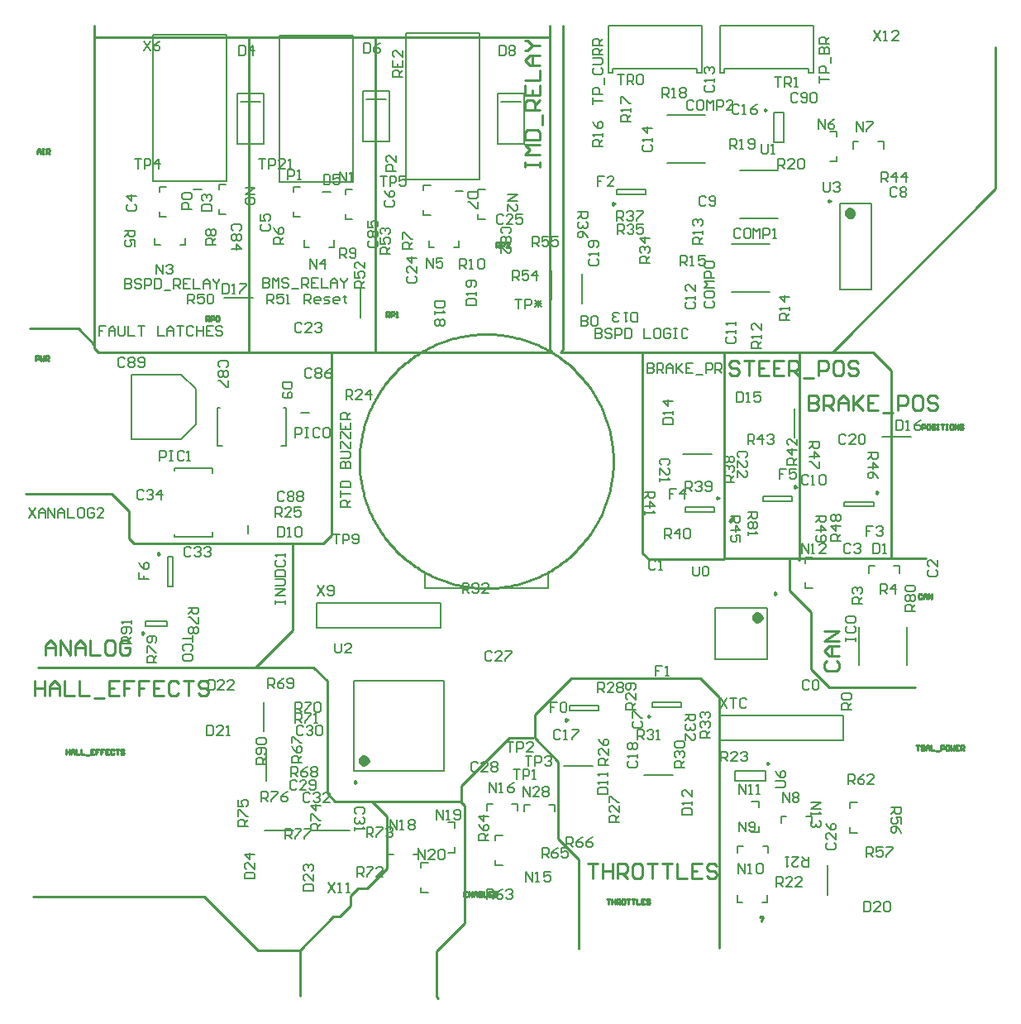
<source format=gto>
G04*
G04 #@! TF.GenerationSoftware,Altium Limited,Altium Designer,19.0.14 (431)*
G04*
G04 Layer_Color=65535*
%FSLAX25Y25*%
%MOIN*%
G70*
G01*
G75*
%ADD10C,0.00984*%
%ADD11C,0.02362*%
%ADD12C,0.01000*%
%ADD13C,0.00500*%
%ADD14C,0.00591*%
%ADD15C,0.00600*%
%ADD16C,0.00787*%
D10*
X338221Y399031D02*
X337482Y399458D01*
Y398605D01*
X338221Y399031D01*
X276949Y361221D02*
X276211Y361647D01*
Y360794D01*
X276949Y361221D01*
X93410Y220130D02*
X92671Y220556D01*
Y219704D01*
X93410Y220130D01*
X350284Y247126D02*
X349545Y247552D01*
Y246700D01*
X350284Y247126D01*
X318898Y242626D02*
X318160Y243052D01*
Y242200D01*
X318898Y242626D01*
X291122Y154693D02*
X290384Y155119D01*
Y154267D01*
X291122Y154693D01*
X257949Y153173D02*
X257211Y153599D01*
Y152747D01*
X257949Y153173D01*
X172882Y128110D02*
X172144Y128536D01*
Y127684D01*
X172882Y128110D01*
X87122Y188205D02*
X86384Y188631D01*
Y187778D01*
X87122Y188205D01*
X383079Y244894D02*
X382341Y245320D01*
Y244467D01*
X383079Y244894D01*
X339122Y135602D02*
X338384Y136028D01*
Y135176D01*
X339122Y135602D01*
X342039Y204114D02*
X341301Y204540D01*
Y203688D01*
X342039Y204114D01*
X363906Y362291D02*
X363167Y362718D01*
Y361865D01*
X363906Y362291D01*
D11*
X176917Y136772D02*
X176473Y137695D01*
X175473Y137923D01*
X174672Y137284D01*
Y136259D01*
X175473Y135620D01*
X176473Y135848D01*
X176917Y136772D01*
X335642Y194468D02*
X335197Y195392D01*
X334198Y195620D01*
X333397Y194981D01*
Y193956D01*
X334198Y193317D01*
X335197Y193545D01*
X335642Y194468D01*
X372867Y357424D02*
X372422Y358348D01*
X371423Y358576D01*
X370622Y357937D01*
Y356912D01*
X371423Y356273D01*
X372422Y356501D01*
X372867Y357424D01*
D12*
X276323Y257472D02*
X276313Y258471D01*
X276284Y259469D01*
X276235Y260467D01*
X276167Y261463D01*
X276079Y262458D01*
X275972Y263451D01*
X275846Y264442D01*
X275700Y265430D01*
X275536Y266415D01*
X275352Y267396D01*
X275148Y268374D01*
X274926Y269348D01*
X274685Y270317D01*
X274425Y271281D01*
X274146Y272240D01*
X273849Y273193D01*
X273533Y274141D01*
X273198Y275082D01*
X272845Y276016D01*
X272475Y276943D01*
X272086Y277863D01*
X271679Y278775D01*
X271254Y279679D01*
X270812Y280575D01*
X270353Y281461D01*
X269876Y282339D01*
X269382Y283207D01*
X268872Y284065D01*
X268345Y284913D01*
X267801Y285751D01*
X267241Y286578D01*
X266665Y287394D01*
X266073Y288199D01*
X265466Y288991D01*
X264844Y289772D01*
X264206Y290541D01*
X263553Y291297D01*
X262886Y292040D01*
X262204Y292770D01*
X261508Y293486D01*
X260799Y294189D01*
X260076Y294877D01*
X259339Y295552D01*
X258590Y296212D01*
X257827Y296857D01*
X257053Y297487D01*
X256266Y298102D01*
X255467Y298702D01*
X254657Y299286D01*
X253835Y299854D01*
X253003Y300406D01*
X252160Y300941D01*
X251307Y301460D01*
X250444Y301962D01*
X249571Y302447D01*
X248688Y302915D01*
X247797Y303366D01*
X246898Y303800D01*
X245989Y304215D01*
X245073Y304613D01*
X244150Y304993D01*
X243219Y305355D01*
X242281Y305698D01*
X241337Y306024D01*
X240387Y306330D01*
X239430Y306618D01*
X238469Y306888D01*
X237502Y307139D01*
X236531Y307370D01*
X235555Y307583D01*
X234575Y307777D01*
X233592Y307951D01*
X232605Y308106D01*
X231616Y308242D01*
X230624Y308359D01*
X229630Y308456D01*
X228635Y308534D01*
X227638Y308593D01*
X226640Y308632D01*
X225641Y308651D01*
X224642D01*
X223644Y308632D01*
X222646Y308593D01*
X221649Y308534D01*
X220653Y308456D01*
X219659Y308359D01*
X218668Y308242D01*
X217678Y308106D01*
X216692Y307951D01*
X215708Y307777D01*
X214729Y307583D01*
X213753Y307370D01*
X212782Y307139D01*
X211815Y306888D01*
X210853Y306619D01*
X209897Y306330D01*
X208946Y306024D01*
X208002Y305698D01*
X207065Y305355D01*
X206134Y304993D01*
X205210Y304613D01*
X204294Y304215D01*
X203386Y303800D01*
X202486Y303366D01*
X201595Y302915D01*
X200713Y302447D01*
X199840Y301962D01*
X198977Y301460D01*
X198124Y300941D01*
X197281Y300406D01*
X196448Y299854D01*
X195627Y299286D01*
X194816Y298702D01*
X194018Y298102D01*
X193231Y297487D01*
X192456Y296857D01*
X191694Y296212D01*
X190945Y295552D01*
X190208Y294878D01*
X189485Y294189D01*
X188775Y293486D01*
X188079Y292770D01*
X187398Y292040D01*
X186731Y291297D01*
X186078Y290541D01*
X185440Y289772D01*
X184817Y288991D01*
X184210Y288199D01*
X183618Y287394D01*
X183042Y286578D01*
X182483Y285751D01*
X181939Y284914D01*
X181412Y284065D01*
X180901Y283207D01*
X180407Y282339D01*
X179931Y281461D01*
X179471Y280575D01*
X179029Y279679D01*
X178605Y278775D01*
X178198Y277863D01*
X177809Y276943D01*
X177438Y276016D01*
X177085Y275082D01*
X176751Y274141D01*
X176435Y273193D01*
X176137Y272240D01*
X175859Y271281D01*
X175599Y270317D01*
X175357Y269348D01*
X175135Y268374D01*
X174932Y267396D01*
X174748Y266415D01*
X174583Y265430D01*
X174437Y264442D01*
X174311Y263451D01*
X174204Y262458D01*
X174117Y261463D01*
X174048Y260467D01*
X174000Y259470D01*
X173970Y258471D01*
X173961Y257473D01*
X173970Y256474D01*
X174000Y255476D01*
X174048Y254478D01*
X174116Y253482D01*
X174204Y252487D01*
X174311Y251494D01*
X174437Y250503D01*
X174583Y249515D01*
X174748Y248530D01*
X174932Y247549D01*
X175135Y246571D01*
X175357Y245597D01*
X175599Y244628D01*
X175858Y243664D01*
X176137Y242705D01*
X176435Y241752D01*
X176751Y240804D01*
X177085Y239863D01*
X177438Y238929D01*
X177809Y238002D01*
X178198Y237082D01*
X178605Y236170D01*
X179029Y235266D01*
X179471Y234370D01*
X179931Y233484D01*
X180407Y232606D01*
X180901Y231738D01*
X181412Y230880D01*
X181939Y230031D01*
X182482Y229194D01*
X183042Y228367D01*
X183618Y227551D01*
X184210Y226746D01*
X184817Y225954D01*
X185440Y225173D01*
X186078Y224404D01*
X186730Y223648D01*
X187398Y222905D01*
X188079Y222176D01*
X188775Y221459D01*
X189485Y220756D01*
X190208Y220068D01*
X190944Y219393D01*
X191694Y218733D01*
X192456Y218088D01*
X193231Y217458D01*
X194018Y216843D01*
X194816Y216243D01*
X195626Y215659D01*
X196448Y215091D01*
X197280Y214539D01*
X198123Y214004D01*
X198977Y213485D01*
X199840Y212983D01*
X200713Y212498D01*
X201595Y212030D01*
X202486Y211579D01*
X203386Y211145D01*
X204294Y210730D01*
X205210Y210332D01*
X206134Y209952D01*
X207064Y209590D01*
X208002Y209246D01*
X208946Y208921D01*
X209897Y208615D01*
X210853Y208326D01*
X211814Y208057D01*
X212781Y207806D01*
X213753Y207575D01*
X214728Y207362D01*
X215708Y207168D01*
X216691Y206994D01*
X217678Y206838D01*
X218667Y206702D01*
X219659Y206586D01*
X220653Y206488D01*
X221649Y206411D01*
X222646Y206352D01*
X223644Y206313D01*
X224642Y206294D01*
X225641Y206294D01*
X226639Y206313D01*
X227637Y206352D01*
X228634Y206411D01*
X229630Y206488D01*
X230624Y206586D01*
X231616Y206702D01*
X232605Y206838D01*
X233592Y206994D01*
X234575Y207168D01*
X235555Y207362D01*
X236530Y207575D01*
X237502Y207806D01*
X238469Y208057D01*
X239430Y208326D01*
X240386Y208614D01*
X241337Y208921D01*
X242281Y209246D01*
X243219Y209590D01*
X244150Y209952D01*
X245073Y210332D01*
X245989Y210730D01*
X246897Y211145D01*
X247797Y211579D01*
X248688Y212029D01*
X249570Y212497D01*
X250443Y212983D01*
X251307Y213485D01*
X252160Y214004D01*
X253003Y214539D01*
X253835Y215091D01*
X254657Y215659D01*
X255467Y216243D01*
X256266Y216842D01*
X257052Y217457D01*
X257827Y218088D01*
X258589Y218733D01*
X259339Y219393D01*
X260075Y220067D01*
X260799Y220756D01*
X261508Y221459D01*
X262204Y222175D01*
X262886Y222905D01*
X263553Y223648D01*
X264206Y224404D01*
X264843Y225172D01*
X265466Y225953D01*
X266073Y226746D01*
X266665Y227551D01*
X267241Y228366D01*
X267801Y229193D01*
X268344Y230031D01*
X268872Y230879D01*
X269382Y231738D01*
X269876Y232606D01*
X270353Y233483D01*
X270812Y234370D01*
X271254Y235266D01*
X271679Y236170D01*
X272085Y237082D01*
X272474Y238001D01*
X272845Y238929D01*
X273198Y239863D01*
X273533Y240804D01*
X273849Y241751D01*
X274146Y242705D01*
X274425Y243664D01*
X274685Y244628D01*
X274926Y245597D01*
X275148Y246571D01*
X275352Y247549D01*
X275536Y248530D01*
X275700Y249515D01*
X275846Y250503D01*
X275972Y251494D01*
X276079Y252487D01*
X276167Y253482D01*
X276235Y254478D01*
X276284Y255475D01*
X276313Y256474D01*
X276323Y257472D01*
X44500Y174445D02*
X132142D01*
X180500Y301945D02*
Y428500D01*
X129500Y301945D02*
Y428500D01*
X67000D02*
X250700D01*
X391142Y218445D02*
X402500D01*
X397945Y166500D02*
X398000Y166445D01*
X363291Y166500D02*
X397945D01*
X356000Y173791D02*
X363291Y166500D01*
X356000Y173791D02*
Y196799D01*
X347500Y205299D02*
X356000Y196799D01*
X347500Y205299D02*
Y218445D01*
X319142Y134642D02*
Y162358D01*
X311500Y170000D02*
X319142Y162358D01*
X259300Y170000D02*
X311500D01*
X244600Y155300D02*
X259300Y170000D01*
X244600Y145900D02*
Y155300D01*
X319142Y61500D02*
Y138358D01*
X262500Y61000D02*
Y97000D01*
X254000Y105500D02*
X262500Y97000D01*
X254000Y105500D02*
Y136500D01*
X244600Y145900D02*
X254000Y136500D01*
X234500Y145900D02*
X243939D01*
X215142Y126542D02*
X234500Y145900D01*
X215142Y120000D02*
Y126542D01*
X205142Y41642D02*
X205784Y41000D01*
X205142Y41642D02*
Y60000D01*
X216500Y71358D01*
Y118642D01*
X214642Y120500D02*
X216500Y118642D01*
X179000Y120500D02*
X214642D01*
X150000Y41894D02*
Y60500D01*
X42500Y82000D02*
X111500D01*
X133000Y60500D01*
X150000D01*
X163500Y74000D01*
X166000D01*
X170500Y78500D01*
Y82500D01*
X173500Y85500D01*
X177000D01*
X185000Y93500D01*
Y114500D01*
X179000Y120500D02*
X185000Y114500D01*
X164200Y120500D02*
X179000D01*
X161000Y123700D02*
X164200Y120500D01*
X161000Y123700D02*
Y168886D01*
X155441Y174445D02*
X161000Y168886D01*
X132142Y174445D02*
X155441D01*
X388461Y218764D02*
Y278126D01*
Y294126D01*
X381087Y301500D02*
X388461Y294126D01*
X351512Y301500D02*
X381087D01*
X147142Y189445D02*
Y223945D01*
X132142Y174445D02*
X147142Y189445D01*
X67142Y302945D02*
X68642Y301445D01*
X67142Y302945D02*
Y304445D01*
X60642Y310945D02*
X67142Y304445D01*
X41142Y310945D02*
X60642D01*
X175642Y301445D02*
X186642D01*
X162642D02*
X186642D01*
X162642Y227626D02*
Y301445D01*
X159461Y224445D02*
X162642Y227626D01*
X83142Y224445D02*
X159461D01*
X81142Y226445D02*
X83142Y224445D01*
X81142Y226445D02*
Y237445D01*
X74142Y244445D02*
X81142Y237445D01*
X39370Y244445D02*
X74142D01*
X320642Y218445D02*
X391142D01*
X315642Y301445D02*
X351512D01*
Y264186D02*
Y301445D01*
X350706Y218445D02*
X351512Y217639D01*
Y301500D01*
X288142Y301445D02*
X315642D01*
X321142Y218445D02*
Y301000D01*
X320642Y217945D02*
X321142Y218445D01*
X290642Y217945D02*
X320642D01*
X288142Y220445D02*
X290642Y217945D01*
X288142Y220445D02*
Y301445D01*
X256142Y433071D02*
X256142Y302445D01*
X255142Y301445D02*
X256142Y302445D01*
X255142Y301445D02*
X364642D01*
X430500Y367303D01*
Y424303D01*
X250642Y302445D02*
Y433071D01*
Y302445D02*
X251642Y301445D01*
X68642D02*
X251642D01*
X323220Y233402D02*
X324721Y234902D01*
X67142Y433071D02*
X67142Y302945D01*
X240644Y376000D02*
Y377999D01*
Y377000D01*
X246642D01*
Y376000D01*
Y377999D01*
Y380998D02*
X240644D01*
X242643Y382998D01*
X240644Y384997D01*
X246642D01*
X240644Y386996D02*
X246642D01*
Y389996D01*
X245642Y390995D01*
X241643D01*
X240644Y389996D01*
Y386996D01*
X247641Y392994D02*
Y396993D01*
X246642Y398993D02*
X240644D01*
Y401992D01*
X241643Y402991D01*
X243643D01*
X244642Y401992D01*
Y398993D01*
Y400992D02*
X246642Y402991D01*
X240644Y408989D02*
Y404991D01*
X246642D01*
Y408989D01*
X243643Y404991D02*
Y406990D01*
X240644Y410989D02*
X246642D01*
Y414987D01*
Y416987D02*
X242643D01*
X240644Y418986D01*
X242643Y420986D01*
X246642D01*
X243643D01*
Y416987D01*
X240644Y422985D02*
X241643D01*
X243643Y424984D01*
X241643Y426983D01*
X240644D01*
X243643Y424984D02*
X246642D01*
X326999Y296998D02*
X325999Y297998D01*
X324000D01*
X323000Y296998D01*
Y295999D01*
X324000Y294999D01*
X325999D01*
X326999Y293999D01*
Y293000D01*
X325999Y292000D01*
X324000D01*
X323000Y293000D01*
X328998Y297998D02*
X332997D01*
X330997D01*
Y292000D01*
X338995Y297998D02*
X334996D01*
Y292000D01*
X338995D01*
X334996Y294999D02*
X336996D01*
X344993Y297998D02*
X340994D01*
Y292000D01*
X344993D01*
X340994Y294999D02*
X342993D01*
X346992Y292000D02*
Y297998D01*
X349991D01*
X350991Y296998D01*
Y294999D01*
X349991Y293999D01*
X346992D01*
X348992D02*
X350991Y292000D01*
X352990Y291000D02*
X356989D01*
X358988Y292000D02*
Y297998D01*
X361987D01*
X362987Y296998D01*
Y294999D01*
X361987Y293999D01*
X358988D01*
X367985Y297998D02*
X365986D01*
X364986Y296998D01*
Y293000D01*
X365986Y292000D01*
X367985D01*
X368985Y293000D01*
Y296998D01*
X367985Y297998D01*
X374983Y296998D02*
X373984Y297998D01*
X371984D01*
X370985Y296998D01*
Y295999D01*
X371984Y294999D01*
X373984D01*
X374983Y293999D01*
Y293000D01*
X373984Y292000D01*
X371984D01*
X370985Y293000D01*
X355000Y283998D02*
Y278000D01*
X357999D01*
X358999Y279000D01*
Y279999D01*
X357999Y280999D01*
X355000D01*
X357999D01*
X358999Y281999D01*
Y282998D01*
X357999Y283998D01*
X355000D01*
X360998Y278000D02*
Y283998D01*
X363997D01*
X364997Y282998D01*
Y280999D01*
X363997Y279999D01*
X360998D01*
X362997D02*
X364997Y278000D01*
X366996D02*
Y281999D01*
X368995Y283998D01*
X370995Y281999D01*
Y278000D01*
Y280999D01*
X366996D01*
X372994Y283998D02*
Y278000D01*
Y279999D01*
X376993Y283998D01*
X373994Y280999D01*
X376993Y278000D01*
X382991Y283998D02*
X378992D01*
Y278000D01*
X382991D01*
X378992Y280999D02*
X380992D01*
X384990Y277000D02*
X388989D01*
X390988Y278000D02*
Y283998D01*
X393987D01*
X394987Y282998D01*
Y280999D01*
X393987Y279999D01*
X390988D01*
X399985Y283998D02*
X397986D01*
X396986Y282998D01*
Y279000D01*
X397986Y278000D01*
X399985D01*
X400985Y279000D01*
Y282998D01*
X399985Y283998D01*
X406983Y282998D02*
X405983Y283998D01*
X403984D01*
X402985Y282998D01*
Y281999D01*
X403984Y280999D01*
X405983D01*
X406983Y279999D01*
Y279000D01*
X405983Y278000D01*
X403984D01*
X402985Y279000D01*
X362372Y176999D02*
X361372Y175999D01*
Y174000D01*
X362372Y173000D01*
X366370D01*
X367370Y174000D01*
Y175999D01*
X366370Y176999D01*
X367370Y178998D02*
X363371D01*
X361372Y180997D01*
X363371Y182997D01*
X367370D01*
X364371D01*
Y178998D01*
X367370Y184996D02*
X361372D01*
X367370Y188995D01*
X361372D01*
X266000Y95498D02*
X269999D01*
X267999D01*
Y89500D01*
X271998Y95498D02*
Y89500D01*
Y92499D01*
X275997D01*
Y95498D01*
Y89500D01*
X277996D02*
Y95498D01*
X280995D01*
X281995Y94498D01*
Y92499D01*
X280995Y91499D01*
X277996D01*
X279995D02*
X281995Y89500D01*
X286993Y95498D02*
X284994D01*
X283994Y94498D01*
Y90500D01*
X284994Y89500D01*
X286993D01*
X287993Y90500D01*
Y94498D01*
X286993Y95498D01*
X289992D02*
X293991D01*
X291992D01*
Y89500D01*
X295990Y95498D02*
X299989D01*
X297990D01*
Y89500D01*
X301988Y95498D02*
Y89500D01*
X305987D01*
X311985Y95498D02*
X307986D01*
Y89500D01*
X311985D01*
X307986Y92499D02*
X309986D01*
X317983Y94498D02*
X316984Y95498D01*
X314984D01*
X313984Y94498D01*
Y93499D01*
X314984Y92499D01*
X316984D01*
X317983Y91499D01*
Y90500D01*
X316984Y89500D01*
X314984D01*
X313984Y90500D01*
X43000Y168943D02*
Y162945D01*
Y165944D01*
X46999D01*
Y168943D01*
Y162945D01*
X48998D02*
Y166944D01*
X50997Y168943D01*
X52997Y166944D01*
Y162945D01*
Y165944D01*
X48998D01*
X54996Y168943D02*
Y162945D01*
X58995D01*
X60994Y168943D02*
Y162945D01*
X64993D01*
X66992Y161945D02*
X70991D01*
X76989Y168943D02*
X72990D01*
Y162945D01*
X76989D01*
X72990Y165944D02*
X74990D01*
X82987Y168943D02*
X78988D01*
Y165944D01*
X80988D01*
X78988D01*
Y162945D01*
X88985Y168943D02*
X84986D01*
Y165944D01*
X86986D01*
X84986D01*
Y162945D01*
X94983Y168943D02*
X90984D01*
Y162945D01*
X94983D01*
X90984Y165944D02*
X92984D01*
X100981Y167943D02*
X99982Y168943D01*
X97982D01*
X96983Y167943D01*
Y163945D01*
X97982Y162945D01*
X99982D01*
X100981Y163945D01*
X102981Y168943D02*
X106979D01*
X104980D01*
Y162945D01*
X112977Y167943D02*
X111978Y168943D01*
X109978D01*
X108979Y167943D01*
Y166944D01*
X109978Y165944D01*
X111978D01*
X112977Y164944D01*
Y163945D01*
X111978Y162945D01*
X109978D01*
X108979Y163945D01*
X47500Y179189D02*
Y183188D01*
X49499Y185187D01*
X51499Y183188D01*
Y179189D01*
Y182188D01*
X47500D01*
X53498Y179189D02*
Y185187D01*
X57497Y179189D01*
Y185187D01*
X59496Y179189D02*
Y183188D01*
X61496Y185187D01*
X63495Y183188D01*
Y179189D01*
Y182188D01*
X59496D01*
X65494Y185187D02*
Y179189D01*
X69493D01*
X74491Y185187D02*
X72492D01*
X71492Y184187D01*
Y180189D01*
X72492Y179189D01*
X74491D01*
X75491Y180189D01*
Y184187D01*
X74491Y185187D01*
X81489Y184187D02*
X80489Y185187D01*
X78490D01*
X77490Y184187D01*
Y180189D01*
X78490Y179189D01*
X80489D01*
X81489Y180189D01*
Y182188D01*
X79490D01*
X398401Y143065D02*
X399734D01*
X399067D01*
Y141066D01*
X401733Y142732D02*
X401400Y143065D01*
X400734D01*
X400400Y142732D01*
Y142399D01*
X400734Y142066D01*
X401400D01*
X401733Y141732D01*
Y141399D01*
X401400Y141066D01*
X400734D01*
X400400Y141399D01*
X402400Y141066D02*
Y142399D01*
X403066Y143065D01*
X403733Y142399D01*
Y141066D01*
Y142066D01*
X402400D01*
X404399Y143065D02*
Y141066D01*
X405732D01*
X406398Y140733D02*
X407731D01*
X408398Y141066D02*
Y143065D01*
X409398D01*
X409731Y142732D01*
Y142066D01*
X409398Y141732D01*
X408398D01*
X411397Y143065D02*
X410730D01*
X410397Y142732D01*
Y141399D01*
X410730Y141066D01*
X411397D01*
X411730Y141399D01*
Y142732D01*
X411397Y143065D01*
X412396D02*
Y141066D01*
X413063Y141732D01*
X413729Y141066D01*
Y143065D01*
X415729D02*
X414396D01*
Y141066D01*
X415729D01*
X414396Y142066D02*
X415062D01*
X416395Y141066D02*
Y143065D01*
X417395D01*
X417728Y142732D01*
Y142066D01*
X417395Y141732D01*
X416395D01*
X417062D02*
X417728Y141066D01*
X273632Y80951D02*
X274965D01*
X274299D01*
Y78952D01*
X275631Y80951D02*
Y78952D01*
Y79952D01*
X276964D01*
Y80951D01*
Y78952D01*
X277631D02*
Y80951D01*
X278630D01*
X278964Y80618D01*
Y79952D01*
X278630Y79618D01*
X277631D01*
X278297D02*
X278964Y78952D01*
X280630Y80951D02*
X279963D01*
X279630Y80618D01*
Y79285D01*
X279963Y78952D01*
X280630D01*
X280963Y79285D01*
Y80618D01*
X280630Y80951D01*
X281629D02*
X282962D01*
X282296D01*
Y78952D01*
X283629Y80951D02*
X284962D01*
X284295D01*
Y78952D01*
X285628Y80951D02*
Y78952D01*
X286961D01*
X288960Y80951D02*
X287627D01*
Y78952D01*
X288960D01*
X287627Y79952D02*
X288294D01*
X290960Y80618D02*
X290627Y80951D01*
X289960D01*
X289627Y80618D01*
Y80285D01*
X289960Y79952D01*
X290627D01*
X290960Y79618D01*
Y79285D01*
X290627Y78952D01*
X289960D01*
X289627Y79285D01*
X43318Y297855D02*
Y299855D01*
X44317D01*
X44651Y299521D01*
Y298855D01*
X44317Y298522D01*
X43318D01*
X45317Y299855D02*
Y297855D01*
X45983Y298522D01*
X46650Y297855D01*
Y299855D01*
X47316Y297855D02*
Y299855D01*
X48316D01*
X48649Y299521D01*
Y298855D01*
X48316Y298522D01*
X47316D01*
X47983D02*
X48649Y297855D01*
X400705Y270176D02*
Y272176D01*
X401705D01*
X402038Y271843D01*
Y271176D01*
X401705Y270843D01*
X400705D01*
X403704Y272176D02*
X403038D01*
X402705Y271843D01*
Y270510D01*
X403038Y270176D01*
X403704D01*
X404038Y270510D01*
Y271843D01*
X403704Y272176D01*
X406037Y271843D02*
X405704Y272176D01*
X405037D01*
X404704Y271843D01*
Y271509D01*
X405037Y271176D01*
X405704D01*
X406037Y270843D01*
Y270510D01*
X405704Y270176D01*
X405037D01*
X404704Y270510D01*
X406703Y272176D02*
X407370D01*
X407037D01*
Y270176D01*
X406703D01*
X407370D01*
X408370Y272176D02*
X409702D01*
X409036D01*
Y270176D01*
X410369Y272176D02*
X411035D01*
X410702D01*
Y270176D01*
X410369D01*
X411035D01*
X413035Y272176D02*
X412368D01*
X412035Y271843D01*
Y270510D01*
X412368Y270176D01*
X413035D01*
X413368Y270510D01*
Y271843D01*
X413035Y272176D01*
X414034Y270176D02*
Y272176D01*
X415367Y270176D01*
Y272176D01*
X417367Y271843D02*
X417033Y272176D01*
X416367D01*
X416034Y271843D01*
Y271509D01*
X416367Y271176D01*
X417033D01*
X417367Y270843D01*
Y270510D01*
X417033Y270176D01*
X416367D01*
X416034Y270510D01*
X55890Y141405D02*
Y139406D01*
Y140406D01*
X57223D01*
Y141405D01*
Y139406D01*
X57889D02*
Y140739D01*
X58556Y141405D01*
X59222Y140739D01*
Y139406D01*
Y140406D01*
X57889D01*
X59889Y141405D02*
Y139406D01*
X61222D01*
X61888Y141405D02*
Y139406D01*
X63221D01*
X63888Y139073D02*
X65220D01*
X67220Y141405D02*
X65887D01*
Y139406D01*
X67220D01*
X65887Y140406D02*
X66553D01*
X69219Y141405D02*
X67886D01*
Y140406D01*
X68553D01*
X67886D01*
Y139406D01*
X71219Y141405D02*
X69886D01*
Y140406D01*
X70552D01*
X69886D01*
Y139406D01*
X73218Y141405D02*
X71885D01*
Y139406D01*
X73218D01*
X71885Y140406D02*
X72551D01*
X75217Y141072D02*
X74884Y141405D01*
X74217D01*
X73884Y141072D01*
Y139739D01*
X74217Y139406D01*
X74884D01*
X75217Y139739D01*
X75884Y141405D02*
X77217D01*
X76550D01*
Y139406D01*
X79216Y141072D02*
X78883Y141405D01*
X78216D01*
X77883Y141072D01*
Y140739D01*
X78216Y140406D01*
X78883D01*
X79216Y140072D01*
Y139739D01*
X78883Y139406D01*
X78216D01*
X77883Y139739D01*
X217507Y83951D02*
X216174D01*
Y81952D01*
X217507D01*
X216174Y82951D02*
X216841D01*
X218174Y81952D02*
Y83951D01*
X219506Y81952D01*
Y83951D01*
X220173Y81952D02*
Y83285D01*
X220839Y83951D01*
X221506Y83285D01*
Y81952D01*
Y82951D01*
X220173D01*
X222172Y83951D02*
Y81952D01*
X223172D01*
X223505Y82285D01*
Y82618D01*
X223172Y82951D01*
X222172D01*
X223172D01*
X223505Y83285D01*
Y83618D01*
X223172Y83951D01*
X222172D01*
X224172D02*
Y81952D01*
X225504D01*
X227504Y83951D02*
X226171D01*
Y81952D01*
X227504D01*
X226171Y82951D02*
X226837D01*
X229503Y83618D02*
X229170Y83951D01*
X228503D01*
X228170Y83618D01*
Y83285D01*
X228503Y82951D01*
X229170D01*
X229503Y82618D01*
Y82285D01*
X229170Y81952D01*
X228503D01*
X228170Y82285D01*
X400852Y203596D02*
X400519Y203929D01*
X399852D01*
X399519Y203596D01*
Y202263D01*
X399852Y201930D01*
X400519D01*
X400852Y202263D01*
X401518Y201930D02*
Y203263D01*
X402185Y203929D01*
X402851Y203263D01*
Y201930D01*
Y202929D01*
X401518D01*
X403518Y201930D02*
Y203929D01*
X404850Y201930D01*
Y203929D01*
X44107Y381194D02*
Y382527D01*
X44774Y383193D01*
X45440Y382527D01*
Y381194D01*
Y382194D01*
X44107D01*
X46106Y383193D02*
X46773D01*
X46440D01*
Y381194D01*
X46106D01*
X46773D01*
X47773D02*
Y383193D01*
X48772D01*
X49106Y382860D01*
Y382194D01*
X48772Y381860D01*
X47773D01*
X48439D02*
X49106Y381194D01*
X335426Y73710D02*
X335760Y74043D01*
X336426D01*
X336759Y73710D01*
Y73377D01*
X336093Y72711D01*
Y72377D02*
Y72044D01*
X228930Y343595D02*
Y345594D01*
X229930D01*
X230263Y345261D01*
Y344594D01*
X229930Y344261D01*
X228930D01*
X229596D02*
X230263Y343595D01*
X230929D02*
Y345594D01*
X231929D01*
X232262Y345261D01*
Y344594D01*
X231929Y344261D01*
X230929D01*
X234262Y343595D02*
X232929D01*
X234262Y344927D01*
Y345261D01*
X233928Y345594D01*
X233262D01*
X232929Y345261D01*
X184824Y315737D02*
Y317736D01*
X185823D01*
X186156Y317403D01*
Y316737D01*
X185823Y316404D01*
X184824D01*
X185490D02*
X186156Y315737D01*
X186823D02*
Y317736D01*
X187823D01*
X188156Y317403D01*
Y316737D01*
X187823Y316404D01*
X186823D01*
X188822Y315737D02*
X189489D01*
X189155D01*
Y317736D01*
X188822Y317403D01*
X111992Y313852D02*
Y315852D01*
X112991D01*
X113325Y315518D01*
Y314852D01*
X112991Y314519D01*
X111992D01*
X112658D02*
X113325Y313852D01*
X113991D02*
Y315852D01*
X114991D01*
X115324Y315518D01*
Y314852D01*
X114991Y314519D01*
X113991D01*
X115990Y315518D02*
X116324Y315852D01*
X116990D01*
X117323Y315518D01*
Y314186D01*
X116990Y313852D01*
X116324D01*
X115990Y314186D01*
Y315518D01*
D13*
X90878Y370417D02*
Y429473D01*
X120406D01*
Y370417D02*
Y429473D01*
X90878Y370417D02*
X120406D01*
X192878Y370917D02*
X222406D01*
Y429973D01*
X192878D02*
X222406D01*
X192878Y370917D02*
Y429973D01*
X141878Y369917D02*
X171406D01*
Y428973D01*
X141878D02*
X171406D01*
X141878Y369917D02*
Y428973D01*
D14*
X311902Y413957D02*
Y432972D01*
X310071Y413957D02*
X311902D01*
X310071D02*
Y415571D01*
X276213D02*
X310071D01*
X276213Y413957D02*
Y415571D01*
X274382Y413957D02*
X276213D01*
X274382D02*
Y432972D01*
X311902D01*
X356902Y413957D02*
Y432972D01*
X355071Y413957D02*
X356902D01*
X355071D02*
Y415571D01*
X321213D02*
X355071D01*
X321213Y413957D02*
Y415571D01*
X319382Y413957D02*
X321213D01*
X319382D02*
Y432972D01*
X356902D01*
X373039Y383445D02*
Y386260D01*
X375205D01*
X383079D02*
X385244D01*
Y383445D02*
Y386260D01*
X363642Y390480D02*
X366457D01*
Y388315D02*
Y390480D01*
Y378276D02*
Y380441D01*
X363642Y378276D02*
X366457D01*
X304315Y260248D02*
X316126D01*
X107142Y366945D02*
X110291D01*
X379504Y212402D02*
Y215216D01*
X381669D01*
X389543D02*
X391709D01*
Y212402D02*
Y215216D01*
X394787Y175350D02*
Y190705D01*
X375496Y175350D02*
Y190705D01*
X384736Y267299D02*
X396547D01*
X353827Y206343D02*
X356642D01*
X353827D02*
Y208508D01*
Y216382D02*
Y218547D01*
X356642D01*
X349260Y266996D02*
Y278807D01*
X362787Y82696D02*
Y94507D01*
X288685Y131098D02*
X300496D01*
X256236Y134799D02*
X268047D01*
X225520Y116659D02*
Y119474D01*
X227685D01*
X235559D02*
X237724D01*
Y116659D02*
Y119474D01*
X209579Y111988D02*
X212394D01*
Y109823D02*
Y111988D01*
Y99783D02*
Y101949D01*
X209579Y99783D02*
X212394D01*
X198890Y83602D02*
X201705D01*
X198890D02*
Y85768D01*
Y93642D02*
Y95807D01*
X201705D01*
X197744Y98870D02*
Y101685D01*
X195579Y98870D02*
X197744D01*
X185539D02*
X187705D01*
X185539D02*
Y101685D01*
X240520Y116222D02*
Y119037D01*
X242685D01*
X250559D02*
X252724D01*
Y116222D02*
Y119037D01*
X319142Y144945D02*
X369142D01*
Y154945D01*
X319142D02*
X369142D01*
X319142Y144945D02*
Y154945D01*
X129147Y228445D02*
Y231594D01*
X249945Y206291D02*
Y212591D01*
X200339Y206291D02*
X249945D01*
X200339D02*
Y212591D01*
X142453Y263768D02*
X144421D01*
Y279122D01*
X143437D02*
X144421D01*
X116862Y263768D02*
X118831D01*
X116862D02*
Y279122D01*
X117847D01*
X371890Y107759D02*
X374705D01*
X371890D02*
Y109925D01*
Y117799D02*
Y119964D01*
X374705D01*
X135736Y108799D02*
X147547D01*
X136295Y128539D02*
Y140350D01*
X158236Y108799D02*
X170047D01*
X135295Y148539D02*
Y160350D01*
X228807Y94557D02*
X231622D01*
X228807D02*
Y96722D01*
Y104596D02*
Y106762D01*
X231622D01*
X251496Y322587D02*
Y334398D01*
X174287Y315492D02*
Y327303D01*
X263787Y321039D02*
Y332850D01*
X119236Y323299D02*
X131047D01*
X344039Y111545D02*
Y114360D01*
X346205D01*
X354079D02*
X356244D01*
Y111545D02*
Y114360D01*
X150492Y276898D02*
X153642D01*
X323965Y325799D02*
X339319D01*
X323965Y345091D02*
X339319D01*
X327465Y355252D02*
X342819D01*
X327465Y374543D02*
X342819D01*
X297965Y397091D02*
X313319D01*
X297965Y377799D02*
X313319D01*
X201913Y343567D02*
Y346382D01*
Y343567D02*
X204079D01*
X211953D02*
X214118D01*
Y346382D01*
X221827Y367047D02*
X224642D01*
X221827Y364882D02*
Y367047D01*
Y354842D02*
Y357008D01*
Y354842D02*
X224642D01*
X212642Y366445D02*
X215791D01*
X199890Y368835D02*
X202705D01*
X199890Y366669D02*
Y368835D01*
Y356630D02*
Y358795D01*
Y356630D02*
X202705D01*
X151654Y343693D02*
Y346508D01*
Y343693D02*
X153819D01*
X161693D02*
X163858D01*
Y346508D01*
X93327Y368047D02*
X96142D01*
X93327Y365882D02*
Y368047D01*
Y355842D02*
Y358008D01*
Y355842D02*
X96142D01*
X91539Y344567D02*
Y347382D01*
Y344567D02*
X93705D01*
X101579D02*
X103744D01*
Y347382D01*
X117327Y369047D02*
X120142D01*
X117327Y366882D02*
Y369047D01*
Y356842D02*
Y359008D01*
Y356842D02*
X120142D01*
X332142Y108006D02*
X334957D01*
Y110171D01*
Y118045D02*
Y120211D01*
X332142D02*
X334957D01*
X338744Y99545D02*
Y102360D01*
X336579D02*
X338744D01*
X326539D02*
X328705D01*
X326539Y99545D02*
Y102360D01*
X326299Y79793D02*
Y82608D01*
Y79793D02*
X328465D01*
X336339D02*
X338504D01*
Y82608D01*
X206642Y190445D02*
Y200445D01*
X156642Y190445D02*
X206642D01*
X156642D02*
Y200445D01*
X206642D01*
X99465Y227165D02*
Y228150D01*
Y227165D02*
X114819D01*
Y229134D01*
X99465Y253740D02*
Y254724D01*
X114819D01*
Y252756D02*
Y254724D01*
X108134Y272358D02*
Y286531D01*
X102228Y266453D02*
X108134Y272358D01*
X82150Y266453D02*
X102228D01*
Y292437D02*
X108134Y286531D01*
X82150Y292437D02*
X102228D01*
X82150Y266453D02*
Y292437D01*
X147264Y368047D02*
X150079D01*
X147264Y365882D02*
Y368047D01*
Y355842D02*
Y358008D01*
Y355842D02*
X150079D01*
X229827Y385209D02*
Y405681D01*
X240457D01*
Y385209D02*
Y405681D01*
X229827Y385209D02*
X240457D01*
X231205Y402335D02*
X239079D01*
X124827Y385209D02*
Y405681D01*
X135457D01*
Y385209D02*
Y405681D01*
X124827Y385209D02*
X135457D01*
X126205Y402335D02*
X134079D01*
X175327Y386209D02*
Y406681D01*
X185957D01*
Y386209D02*
Y406681D01*
X175327Y386209D02*
X185957D01*
X176705Y403335D02*
X184579D01*
X159142Y365945D02*
X162291D01*
X168327Y367047D02*
X171142D01*
X168327Y364882D02*
Y367047D01*
Y354842D02*
Y357008D01*
Y354842D02*
X171142D01*
D15*
X341173Y398047D02*
X345110D01*
X341173Y385842D02*
X345110D01*
X341173D02*
Y398047D01*
X345110Y385842D02*
Y398047D01*
X367843Y326622D02*
X380441D01*
X367843Y361268D02*
X380441D01*
Y326622D02*
Y361268D01*
X367843Y326622D02*
Y361268D01*
D16*
X277736Y364961D02*
Y366929D01*
X289547Y364961D02*
Y366929D01*
X277736Y364961D02*
X289547D01*
X277736Y366929D02*
X289547D01*
X98626Y207039D02*
Y218850D01*
X96658Y207039D02*
Y218850D01*
Y207039D02*
X98626D01*
X96658Y218850D02*
X98626D01*
X336701Y241417D02*
X348512D01*
X336701Y243386D02*
X348512D01*
X336701Y241417D02*
Y243386D01*
X348512Y241417D02*
Y243386D01*
X305315Y236917D02*
X317126D01*
X305315Y238886D02*
X317126D01*
X305315Y236917D02*
Y238886D01*
X317126Y236917D02*
Y238886D01*
X291910Y160402D02*
X303720D01*
X291910Y158433D02*
X303720D01*
Y160402D01*
X291910Y158433D02*
Y160402D01*
X258736Y156913D02*
Y158882D01*
X270547Y156913D02*
Y158882D01*
X258736Y156913D02*
X270547D01*
X258736Y158882D02*
X270547D01*
X171799Y132835D02*
X208020D01*
X171799Y169055D02*
X208020D01*
X171799Y132835D02*
Y169055D01*
X208020Y132835D02*
Y169055D01*
X87811Y192929D02*
X96472D01*
X87811Y190961D02*
X96472D01*
Y192929D01*
X87811Y190961D02*
Y192929D01*
X369496Y239185D02*
X381307D01*
X369496Y241154D02*
X381307D01*
X369496Y239185D02*
Y241154D01*
X381307Y239185D02*
Y241154D01*
X325539Y128614D02*
X337744D01*
X325539Y132551D02*
X337744D01*
X325539Y128614D02*
Y132551D01*
X337744Y128614D02*
Y132551D01*
X317531Y198405D02*
X338398D01*
X317531Y177539D02*
X338398D01*
Y198405D01*
X317531Y177539D02*
Y198405D01*
X127929Y367657D02*
X131865D01*
X127929Y365034D01*
X131865D01*
X131209Y363722D02*
X131865Y363066D01*
Y361754D01*
X131209Y361098D01*
X128585D01*
X127929Y361754D01*
Y363066D01*
X128585Y363722D01*
X131209D01*
X290000Y296936D02*
Y293000D01*
X291968D01*
X292624Y293656D01*
Y294312D01*
X291968Y294968D01*
X290000D01*
X291968D01*
X292624Y295624D01*
Y296280D01*
X291968Y296936D01*
X290000D01*
X293936Y293000D02*
Y296936D01*
X295904D01*
X296560Y296280D01*
Y294968D01*
X295904Y294312D01*
X293936D01*
X295248D02*
X296560Y293000D01*
X297871D02*
Y295624D01*
X299183Y296936D01*
X300495Y295624D01*
Y293000D01*
Y294968D01*
X297871D01*
X301807Y296936D02*
Y293000D01*
Y294312D01*
X304431Y296936D01*
X302463Y294968D01*
X304431Y293000D01*
X308367Y296936D02*
X305743D01*
Y293000D01*
X308367D01*
X305743Y294968D02*
X307055D01*
X309679Y292344D02*
X312302D01*
X313614Y293000D02*
Y296936D01*
X315582D01*
X316238Y296280D01*
Y294968D01*
X315582Y294312D01*
X313614D01*
X317550Y293000D02*
Y296936D01*
X319518D01*
X320174Y296280D01*
Y294968D01*
X319518Y294312D01*
X317550D01*
X318862D02*
X320174Y293000D01*
X170500Y239000D02*
X166564D01*
Y240968D01*
X167220Y241624D01*
X168532D01*
X169188Y240968D01*
Y239000D01*
Y240312D02*
X170500Y241624D01*
X166564Y242936D02*
Y245560D01*
Y244248D01*
X170500D01*
X166564Y246871D02*
X170500D01*
Y248839D01*
X169844Y249495D01*
X167220D01*
X166564Y248839D01*
Y246871D01*
Y254743D02*
X170500D01*
Y256711D01*
X169844Y257367D01*
X169188D01*
X168532Y256711D01*
Y254743D01*
Y256711D01*
X167876Y257367D01*
X167220D01*
X166564Y256711D01*
Y254743D01*
Y258679D02*
X169844D01*
X170500Y259335D01*
Y260647D01*
X169844Y261302D01*
X166564D01*
Y262614D02*
Y265238D01*
X167220D01*
X169844Y262614D01*
X170500D01*
Y265238D01*
X166564Y266550D02*
Y269174D01*
X167220D01*
X169844Y266550D01*
X170500D01*
Y269174D01*
X166564Y273110D02*
Y270486D01*
X170500D01*
Y273110D01*
X168532Y270486D02*
Y271798D01*
X170500Y274422D02*
X166564D01*
Y276390D01*
X167220Y277045D01*
X168532D01*
X169188Y276390D01*
Y274422D01*
Y275734D02*
X170500Y277045D01*
X269142Y310881D02*
Y306945D01*
X271110D01*
X271765Y307601D01*
Y308257D01*
X271110Y308913D01*
X269142D01*
X271110D01*
X271765Y309569D01*
Y310225D01*
X271110Y310881D01*
X269142D01*
X275701Y310225D02*
X275045Y310881D01*
X273733D01*
X273078Y310225D01*
Y309569D01*
X273733Y308913D01*
X275045D01*
X275701Y308257D01*
Y307601D01*
X275045Y306945D01*
X273733D01*
X273078Y307601D01*
X277013Y306945D02*
Y310881D01*
X278981D01*
X279637Y310225D01*
Y308913D01*
X278981Y308257D01*
X277013D01*
X280949Y310881D02*
Y306945D01*
X282917D01*
X283573Y307601D01*
Y310225D01*
X282917Y310881D01*
X280949D01*
X288820D02*
Y306945D01*
X291444D01*
X294724Y310881D02*
X293412D01*
X292756Y310225D01*
Y307601D01*
X293412Y306945D01*
X294724D01*
X295380Y307601D01*
Y310225D01*
X294724Y310881D01*
X299316Y310225D02*
X298660Y310881D01*
X297348D01*
X296692Y310225D01*
Y307601D01*
X297348Y306945D01*
X298660D01*
X299316Y307601D01*
Y308913D01*
X298004D01*
X300628Y310881D02*
X301940D01*
X301284D01*
Y306945D01*
X300628D01*
X301940D01*
X306531Y310225D02*
X305875Y310881D01*
X304563D01*
X303907Y310225D01*
Y307601D01*
X304563Y306945D01*
X305875D01*
X306531Y307601D01*
X71624Y311936D02*
X69000D01*
Y309968D01*
X70312D01*
X69000D01*
Y308000D01*
X72936D02*
Y310624D01*
X74248Y311936D01*
X75560Y310624D01*
Y308000D01*
Y309968D01*
X72936D01*
X76872Y311936D02*
Y308656D01*
X77527Y308000D01*
X78839D01*
X79495Y308656D01*
Y311936D01*
X80807D02*
Y308000D01*
X83431D01*
X84743Y311936D02*
X87367D01*
X86055D01*
Y308000D01*
X92614Y311936D02*
Y308000D01*
X95238D01*
X96550D02*
Y310624D01*
X97862Y311936D01*
X99174Y310624D01*
Y308000D01*
Y309968D01*
X96550D01*
X100486Y311936D02*
X103110D01*
X101798D01*
Y308000D01*
X107045Y311280D02*
X106389Y311936D01*
X105078D01*
X104422Y311280D01*
Y308656D01*
X105078Y308000D01*
X106389D01*
X107045Y308656D01*
X108357Y311936D02*
Y308000D01*
Y309968D01*
X110981D01*
Y311936D01*
Y308000D01*
X114917Y311936D02*
X112293D01*
Y308000D01*
X114917D01*
X112293Y309968D02*
X113605D01*
X118853Y311280D02*
X118197Y311936D01*
X116885D01*
X116229Y311280D01*
Y310624D01*
X116885Y309968D01*
X118197D01*
X118853Y309312D01*
Y308656D01*
X118197Y308000D01*
X116885D01*
X116229Y308656D01*
X79500Y330936D02*
Y327000D01*
X81468D01*
X82124Y327656D01*
Y328312D01*
X81468Y328968D01*
X79500D01*
X81468D01*
X82124Y329624D01*
Y330280D01*
X81468Y330936D01*
X79500D01*
X86060Y330280D02*
X85404Y330936D01*
X84092D01*
X83436Y330280D01*
Y329624D01*
X84092Y328968D01*
X85404D01*
X86060Y328312D01*
Y327656D01*
X85404Y327000D01*
X84092D01*
X83436Y327656D01*
X87371Y327000D02*
Y330936D01*
X89339D01*
X89995Y330280D01*
Y328968D01*
X89339Y328312D01*
X87371D01*
X91307Y330936D02*
Y327000D01*
X93275D01*
X93931Y327656D01*
Y330280D01*
X93275Y330936D01*
X91307D01*
X95243Y326344D02*
X97867D01*
X99179Y327000D02*
Y330936D01*
X101147D01*
X101803Y330280D01*
Y328968D01*
X101147Y328312D01*
X99179D01*
X100491D02*
X101803Y327000D01*
X105738Y330936D02*
X103114D01*
Y327000D01*
X105738D01*
X103114Y328968D02*
X104426D01*
X107050Y330936D02*
Y327000D01*
X109674D01*
X110986D02*
Y329624D01*
X112298Y330936D01*
X113610Y329624D01*
Y327000D01*
Y328968D01*
X110986D01*
X114922Y330936D02*
Y330280D01*
X116234Y328968D01*
X117545Y330280D01*
Y330936D01*
X116234Y328968D02*
Y327000D01*
X215600Y204400D02*
Y208336D01*
X217568D01*
X218224Y207680D01*
Y206368D01*
X217568Y205712D01*
X215600D01*
X216912D02*
X218224Y204400D01*
X219536Y205056D02*
X220192Y204400D01*
X221504D01*
X222160Y205056D01*
Y207680D01*
X221504Y208336D01*
X220192D01*
X219536Y207680D01*
Y207024D01*
X220192Y206368D01*
X222160D01*
X226095Y204400D02*
X223471D01*
X226095Y207024D01*
Y207680D01*
X225439Y208336D01*
X224127D01*
X223471Y207680D01*
X270064Y123500D02*
X274000D01*
Y125468D01*
X273344Y126124D01*
X270720D01*
X270064Y125468D01*
Y123500D01*
X274000Y127436D02*
Y128748D01*
Y128092D01*
X270064D01*
X270720Y127436D01*
X274000Y130716D02*
Y132027D01*
Y131371D01*
X270064D01*
X270720Y130716D01*
X164200Y184136D02*
Y180856D01*
X164856Y180200D01*
X166168D01*
X166824Y180856D01*
Y184136D01*
X170760Y180200D02*
X168136D01*
X170760Y182824D01*
Y183480D01*
X170104Y184136D01*
X168792D01*
X168136Y183480D01*
X272624Y372436D02*
X270000D01*
Y370468D01*
X271312D01*
X270000D01*
Y368500D01*
X276560D02*
X273936D01*
X276560Y371124D01*
Y371780D01*
X275904Y372436D01*
X274592D01*
X273936Y371780D01*
X253624Y160436D02*
X251000D01*
Y158468D01*
X252312D01*
X251000D01*
Y156500D01*
X254936Y159780D02*
X255592Y160436D01*
X256904D01*
X257560Y159780D01*
Y157156D01*
X256904Y156500D01*
X255592D01*
X254936Y157156D01*
Y159780D01*
X285500Y157500D02*
X281564D01*
Y159468D01*
X282220Y160124D01*
X283532D01*
X284188Y159468D01*
Y157500D01*
Y158812D02*
X285500Y160124D01*
Y164060D02*
Y161436D01*
X282876Y164060D01*
X282220D01*
X281564Y163404D01*
Y162092D01*
X282220Y161436D01*
X284844Y165372D02*
X285500Y166027D01*
Y167339D01*
X284844Y167995D01*
X282220D01*
X281564Y167339D01*
Y166027D01*
X282220Y165372D01*
X282876D01*
X283532Y166027D01*
Y167995D01*
X270000Y164500D02*
Y168436D01*
X271968D01*
X272624Y167780D01*
Y166468D01*
X271968Y165812D01*
X270000D01*
X271312D02*
X272624Y164500D01*
X276560D02*
X273936D01*
X276560Y167124D01*
Y167780D01*
X275904Y168436D01*
X274592D01*
X273936Y167780D01*
X277871D02*
X278527Y168436D01*
X279839D01*
X280495Y167780D01*
Y167124D01*
X279839Y166468D01*
X280495Y165812D01*
Y165156D01*
X279839Y164500D01*
X278527D01*
X277871Y165156D01*
Y165812D01*
X278527Y166468D01*
X277871Y167124D01*
Y167780D01*
X278527Y166468D02*
X279839D01*
X278642Y111992D02*
X274706D01*
Y113960D01*
X275362Y114616D01*
X276674D01*
X277330Y113960D01*
Y111992D01*
Y113304D02*
X278642Y114616D01*
Y118552D02*
Y115928D01*
X276018Y118552D01*
X275362D01*
X274706Y117896D01*
Y116584D01*
X275362Y115928D01*
X274706Y119864D02*
Y122487D01*
X275362D01*
X277986Y119864D01*
X278642D01*
X274500Y135000D02*
X270564D01*
Y136968D01*
X271220Y137624D01*
X272532D01*
X273188Y136968D01*
Y135000D01*
Y136312D02*
X274500Y137624D01*
Y141560D02*
Y138936D01*
X271876Y141560D01*
X271220D01*
X270564Y140904D01*
Y139592D01*
X271220Y138936D01*
X270564Y145495D02*
X271220Y144183D01*
X272532Y142871D01*
X273844D01*
X274500Y143527D01*
Y144839D01*
X273844Y145495D01*
X273188D01*
X272532Y144839D01*
Y142871D01*
X255124Y148780D02*
X254468Y149436D01*
X253156D01*
X252500Y148780D01*
Y146156D01*
X253156Y145500D01*
X254468D01*
X255124Y146156D01*
X256436Y145500D02*
X257748D01*
X257092D01*
Y149436D01*
X256436Y148780D01*
X259716Y149436D02*
X262339D01*
Y148780D01*
X259716Y146156D01*
Y145500D01*
X40688Y238753D02*
X43312Y234817D01*
Y238753D02*
X40688Y234817D01*
X44624D02*
Y237441D01*
X45935Y238753D01*
X47247Y237441D01*
Y234817D01*
Y236785D01*
X44624D01*
X48559Y234817D02*
Y238753D01*
X51183Y234817D01*
Y238753D01*
X52495Y234817D02*
Y237441D01*
X53807Y238753D01*
X55119Y237441D01*
Y234817D01*
Y236785D01*
X52495D01*
X56431Y238753D02*
Y234817D01*
X59055D01*
X62335Y238753D02*
X61023D01*
X60367Y238097D01*
Y235473D01*
X61023Y234817D01*
X62335D01*
X62990Y235473D01*
Y238097D01*
X62335Y238753D01*
X66926Y238097D02*
X66270Y238753D01*
X64958D01*
X64302Y238097D01*
Y235473D01*
X64958Y234817D01*
X66270D01*
X66926Y235473D01*
Y236785D01*
X65614D01*
X70862Y234817D02*
X68238D01*
X70862Y237441D01*
Y238097D01*
X70206Y238753D01*
X68894D01*
X68238Y238097D01*
X319600Y161936D02*
X322224Y158000D01*
Y161936D02*
X319600Y158000D01*
X323536Y161936D02*
X326160D01*
X324848D01*
Y158000D01*
X330095Y161280D02*
X329439Y161936D01*
X328127D01*
X327471Y161280D01*
Y158656D01*
X328127Y158000D01*
X329439D01*
X330095Y158656D01*
X240905Y138566D02*
X243529D01*
X242217D01*
Y134630D01*
X244841D02*
Y138566D01*
X246809D01*
X247465Y137910D01*
Y136598D01*
X246809Y135942D01*
X244841D01*
X248777Y137910D02*
X249433Y138566D01*
X250745D01*
X251401Y137910D01*
Y137254D01*
X250745Y136598D01*
X250089D01*
X250745D01*
X251401Y135942D01*
Y135286D01*
X250745Y134630D01*
X249433D01*
X248777Y135286D01*
X157100Y207436D02*
X159724Y203500D01*
Y207436D02*
X157100Y203500D01*
X161036Y204156D02*
X161692Y203500D01*
X163004D01*
X163660Y204156D01*
Y206780D01*
X163004Y207436D01*
X161692D01*
X161036Y206780D01*
Y206124D01*
X161692Y205468D01*
X163660D01*
X381500Y430936D02*
X384124Y427000D01*
Y430936D02*
X381500Y427000D01*
X385436D02*
X386748D01*
X386092D01*
Y430936D01*
X385436Y430280D01*
X391339Y427000D02*
X388716D01*
X391339Y429624D01*
Y430280D01*
X390683Y430936D01*
X389371D01*
X388716Y430280D01*
X161381Y87677D02*
X164005Y83741D01*
Y87677D02*
X161381Y83741D01*
X165316D02*
X166628D01*
X165972D01*
Y87677D01*
X165316Y87021D01*
X168596Y83741D02*
X169908D01*
X169252D01*
Y87677D01*
X168596Y87021D01*
X87000Y426818D02*
X89624Y422882D01*
Y426818D02*
X87000Y422882D01*
X93560Y426818D02*
X92248Y426162D01*
X90936Y424850D01*
Y423538D01*
X91592Y422882D01*
X92904D01*
X93560Y423538D01*
Y424194D01*
X92904Y424850D01*
X90936D01*
X336000Y385436D02*
Y382156D01*
X336656Y381500D01*
X337968D01*
X338624Y382156D01*
Y385436D01*
X339936Y381500D02*
X341248D01*
X340592D01*
Y385436D01*
X339936Y384780D01*
X341706Y126082D02*
X344986D01*
X345642Y126738D01*
Y128050D01*
X344986Y128706D01*
X341706D01*
Y132642D02*
X342362Y131330D01*
X343674Y130018D01*
X344986D01*
X345642Y130674D01*
Y131986D01*
X344986Y132642D01*
X344330D01*
X343674Y131986D01*
Y130018D01*
X361100Y370036D02*
Y366756D01*
X361756Y366100D01*
X363068D01*
X363724Y366756D01*
Y370036D01*
X365036Y369380D02*
X365692Y370036D01*
X367004D01*
X367660Y369380D01*
Y368724D01*
X367004Y368068D01*
X366348D01*
X367004D01*
X367660Y367412D01*
Y366756D01*
X367004Y366100D01*
X365692D01*
X365036Y366756D01*
X308300Y215159D02*
Y211879D01*
X308956Y211224D01*
X310268D01*
X310924Y211879D01*
Y215159D01*
X312236Y214503D02*
X312892Y215159D01*
X314204D01*
X314860Y214503D01*
Y211879D01*
X314204Y211224D01*
X312892D01*
X312236Y211879D01*
Y214503D01*
X341500Y412436D02*
X344124D01*
X342812D01*
Y408500D01*
X345436D02*
Y412436D01*
X347404D01*
X348060Y411780D01*
Y410468D01*
X347404Y409812D01*
X345436D01*
X346748D02*
X348060Y408500D01*
X349372D02*
X350683D01*
X350027D01*
Y412436D01*
X349372Y411780D01*
X278000Y413436D02*
X280624D01*
X279312D01*
Y409500D01*
X281936D02*
Y413436D01*
X283904D01*
X284560Y412780D01*
Y411468D01*
X283904Y410812D01*
X281936D01*
X283248D02*
X284560Y409500D01*
X285872Y412780D02*
X286527Y413436D01*
X287839D01*
X288495Y412780D01*
Y410156D01*
X287839Y409500D01*
X286527D01*
X285872Y410156D01*
Y412780D01*
X268064Y401500D02*
Y404124D01*
Y402812D01*
X272000D01*
Y405436D02*
X268064D01*
Y407404D01*
X268720Y408060D01*
X270032D01*
X270688Y407404D01*
Y405436D01*
X272656Y409372D02*
Y411995D01*
X268720Y415931D02*
X268064Y415275D01*
Y413963D01*
X268720Y413307D01*
X271344D01*
X272000Y413963D01*
Y415275D01*
X271344Y415931D01*
X268064Y417243D02*
X271344D01*
X272000Y417899D01*
Y419211D01*
X271344Y419867D01*
X268064D01*
X272000Y421179D02*
X268064D01*
Y423147D01*
X268720Y423803D01*
X270032D01*
X270688Y423147D01*
Y421179D01*
Y422491D02*
X272000Y423803D01*
Y425114D02*
X268064D01*
Y427082D01*
X268720Y427738D01*
X270032D01*
X270688Y427082D01*
Y425114D01*
Y426426D02*
X272000Y427738D01*
X359564Y410000D02*
Y412624D01*
Y411312D01*
X363500D01*
Y413936D02*
X359564D01*
Y415904D01*
X360220Y416560D01*
X361532D01*
X362188Y415904D01*
Y413936D01*
X364156Y417872D02*
Y420495D01*
X359564Y421807D02*
X363500D01*
Y423775D01*
X362844Y424431D01*
X362188D01*
X361532Y423775D01*
Y421807D01*
Y423775D01*
X360876Y424431D01*
X360220D01*
X359564Y423775D01*
Y421807D01*
X363500Y425743D02*
X359564D01*
Y427711D01*
X360220Y428367D01*
X361532D01*
X362188Y427711D01*
Y425743D01*
Y427055D02*
X363500Y428367D01*
X233500Y144436D02*
X236124D01*
X234812D01*
Y140500D01*
X237436D02*
Y144436D01*
X239404D01*
X240060Y143780D01*
Y142468D01*
X239404Y141812D01*
X237436D01*
X243995Y140500D02*
X241371D01*
X243995Y143124D01*
Y143780D01*
X243339Y144436D01*
X242027D01*
X241371Y143780D01*
X83300Y379336D02*
X85924D01*
X84612D01*
Y375400D01*
X87236D02*
Y379336D01*
X89204D01*
X89860Y378680D01*
Y377368D01*
X89204Y376712D01*
X87236D01*
X93139Y375400D02*
Y379336D01*
X91171Y377368D01*
X93795D01*
X236000Y133333D02*
X238624D01*
X237312D01*
Y129398D01*
X239936D02*
Y133333D01*
X241904D01*
X242560Y132677D01*
Y131366D01*
X241904Y130710D01*
X239936D01*
X243871Y129398D02*
X245183D01*
X244527D01*
Y133333D01*
X243871Y132677D01*
X236800Y322836D02*
X239424D01*
X238112D01*
Y318900D01*
X240736D02*
Y322836D01*
X242704D01*
X243360Y322180D01*
Y320868D01*
X242704Y320212D01*
X240736D01*
X244672Y322180D02*
X247295Y319556D01*
X244672D02*
X247295Y322180D01*
X244672Y320868D02*
X247295D01*
X245983Y319556D02*
Y322180D01*
X182300Y372336D02*
X184924D01*
X183612D01*
Y368400D01*
X186236D02*
Y372336D01*
X188204D01*
X188860Y371680D01*
Y370368D01*
X188204Y369712D01*
X186236D01*
X192795Y372336D02*
X190172D01*
Y370368D01*
X191483Y371024D01*
X192139D01*
X192795Y370368D01*
Y369056D01*
X192139Y368400D01*
X190827D01*
X190172Y369056D01*
X133500Y379436D02*
X136124D01*
X134812D01*
Y375500D01*
X137436D02*
Y379436D01*
X139404D01*
X140060Y378780D01*
Y377468D01*
X139404Y376812D01*
X137436D01*
X143995Y375500D02*
X141372D01*
X143995Y378124D01*
Y378780D01*
X143339Y379436D01*
X142027D01*
X141372Y378780D01*
X145307Y375500D02*
X146619D01*
X145963D01*
Y379436D01*
X145307Y378780D01*
X163300Y228136D02*
X165924D01*
X164612D01*
Y224200D01*
X167236D02*
Y228136D01*
X169204D01*
X169860Y227480D01*
Y226168D01*
X169204Y225512D01*
X167236D01*
X171171Y224856D02*
X171827Y224200D01*
X173139D01*
X173795Y224856D01*
Y227480D01*
X173139Y228136D01*
X171827D01*
X171171Y227480D01*
Y226824D01*
X171827Y226168D01*
X173795D01*
X106578Y187445D02*
Y184821D01*
Y186133D01*
X102642D01*
X105921Y180885D02*
X106578Y181541D01*
Y182853D01*
X105921Y183509D01*
X103298D01*
X102642Y182853D01*
Y181541D01*
X103298Y180885D01*
X105921Y179573D02*
X106578Y178917D01*
Y177605D01*
X105921Y176950D01*
X103298D01*
X102642Y177605D01*
Y178917D01*
X103298Y179573D01*
X105921D01*
X191500Y412500D02*
X187564D01*
Y414468D01*
X188220Y415124D01*
X189532D01*
X190188Y414468D01*
Y412500D01*
Y413812D02*
X191500Y415124D01*
X187564Y419060D02*
Y416436D01*
X191500D01*
Y419060D01*
X189532Y416436D02*
Y417748D01*
X191500Y422995D02*
Y420371D01*
X188876Y422995D01*
X188220D01*
X187564Y422339D01*
Y421027D01*
X188220Y420371D01*
X135000Y331436D02*
Y327500D01*
X136968D01*
X137624Y328156D01*
Y328812D01*
X136968Y329468D01*
X135000D01*
X136968D01*
X137624Y330124D01*
Y330780D01*
X136968Y331436D01*
X135000D01*
X138936Y327500D02*
Y331436D01*
X140248Y330124D01*
X141560Y331436D01*
Y327500D01*
X145495Y330780D02*
X144839Y331436D01*
X143527D01*
X142871Y330780D01*
Y330124D01*
X143527Y329468D01*
X144839D01*
X145495Y328812D01*
Y328156D01*
X144839Y327500D01*
X143527D01*
X142871Y328156D01*
X146807Y326844D02*
X149431D01*
X150743Y327500D02*
Y331436D01*
X152711D01*
X153367Y330780D01*
Y329468D01*
X152711Y328812D01*
X150743D01*
X152055D02*
X153367Y327500D01*
X157302Y331436D02*
X154679D01*
Y327500D01*
X157302D01*
X154679Y329468D02*
X155991D01*
X158614Y331436D02*
Y327500D01*
X161238D01*
X162550D02*
Y330124D01*
X163862Y331436D01*
X165174Y330124D01*
Y327500D01*
Y329468D01*
X162550D01*
X166486Y331436D02*
Y330780D01*
X167798Y329468D01*
X169110Y330780D01*
Y331436D01*
X167798Y329468D02*
Y327500D01*
X136295Y135500D02*
X132360D01*
Y137468D01*
X133016Y138124D01*
X134327D01*
X134983Y137468D01*
Y135500D01*
Y136812D02*
X136295Y138124D01*
X135639Y139436D02*
X136295Y140092D01*
Y141404D01*
X135639Y142060D01*
X133016D01*
X132360Y141404D01*
Y140092D01*
X133016Y139436D01*
X133671D01*
X134327Y140092D01*
Y142060D01*
X133016Y143371D02*
X132360Y144027D01*
Y145339D01*
X133016Y145995D01*
X135639D01*
X136295Y145339D01*
Y144027D01*
X135639Y143371D01*
X133016D01*
X330606Y237000D02*
X334542D01*
Y235032D01*
X333886Y234376D01*
X332574D01*
X331918Y235032D01*
Y237000D01*
Y235688D02*
X330606Y234376D01*
X333886Y233064D02*
X334542Y232408D01*
Y231096D01*
X333886Y230440D01*
X333230D01*
X332574Y231096D01*
X331918Y230440D01*
X331262D01*
X330606Y231096D01*
Y232408D01*
X331262Y233064D01*
X331918D01*
X332574Y232408D01*
X333230Y233064D01*
X333886D01*
X332574Y232408D02*
Y231096D01*
X330606Y229129D02*
Y227817D01*
Y228473D01*
X334542D01*
X333886Y229129D01*
X82150Y184000D02*
X78214D01*
Y185968D01*
X78870Y186624D01*
X80182D01*
X80838Y185968D01*
Y184000D01*
Y185312D02*
X82150Y186624D01*
X81494Y187936D02*
X82150Y188592D01*
Y189904D01*
X81494Y190560D01*
X78870D01*
X78214Y189904D01*
Y188592D01*
X78870Y187936D01*
X79526D01*
X80182Y188592D01*
Y190560D01*
X82150Y191872D02*
Y193183D01*
Y192527D01*
X78214D01*
X78870Y191872D01*
X397945Y197000D02*
X394009D01*
Y198968D01*
X394665Y199624D01*
X395977D01*
X396633Y198968D01*
Y197000D01*
Y198312D02*
X397945Y199624D01*
X394665Y200936D02*
X394009Y201592D01*
Y202904D01*
X394665Y203560D01*
X395321D01*
X395977Y202904D01*
X396633Y203560D01*
X397289D01*
X397945Y202904D01*
Y201592D01*
X397289Y200936D01*
X396633D01*
X395977Y201592D01*
X395321Y200936D01*
X394665D01*
X395977Y201592D02*
Y202904D01*
X394665Y204872D02*
X394009Y205527D01*
Y206839D01*
X394665Y207495D01*
X397289D01*
X397945Y206839D01*
Y205527D01*
X397289Y204872D01*
X394665D01*
X92229Y176485D02*
X88293D01*
Y178453D01*
X88949Y179109D01*
X90261D01*
X90917Y178453D01*
Y176485D01*
Y177797D02*
X92229Y179109D01*
X88293Y180421D02*
Y183045D01*
X88949D01*
X91573Y180421D01*
X92229D01*
X91573Y184356D02*
X92229Y185012D01*
Y186324D01*
X91573Y186980D01*
X88949D01*
X88293Y186324D01*
Y185012D01*
X88949Y184356D01*
X89605D01*
X90261Y185012D01*
Y186980D01*
X105000Y198500D02*
X108936D01*
Y196532D01*
X108280Y195876D01*
X106968D01*
X106312Y196532D01*
Y198500D01*
Y197188D02*
X105000Y195876D01*
X108936Y194564D02*
Y191940D01*
X108280D01*
X105656Y194564D01*
X105000D01*
X108280Y190629D02*
X108936Y189973D01*
Y188661D01*
X108280Y188005D01*
X107624D01*
X106968Y188661D01*
X106312Y188005D01*
X105656D01*
X105000Y188661D01*
Y189973D01*
X105656Y190629D01*
X106312D01*
X106968Y189973D01*
X107624Y190629D01*
X108280D01*
X106968Y189973D02*
Y188661D01*
X144000Y105500D02*
Y109436D01*
X145968D01*
X146624Y108780D01*
Y107468D01*
X145968Y106812D01*
X144000D01*
X145312D02*
X146624Y105500D01*
X147936Y109436D02*
X150560D01*
Y108780D01*
X147936Y106156D01*
Y105500D01*
X151872Y109436D02*
X154495D01*
Y108780D01*
X151872Y106156D01*
Y105500D01*
X134500Y120500D02*
Y124436D01*
X136468D01*
X137124Y123780D01*
Y122468D01*
X136468Y121812D01*
X134500D01*
X135812D02*
X137124Y120500D01*
X138436Y124436D02*
X141060D01*
Y123780D01*
X138436Y121156D01*
Y120500D01*
X144995Y124436D02*
X143683Y123780D01*
X142371Y122468D01*
Y121156D01*
X143027Y120500D01*
X144339D01*
X144995Y121156D01*
Y121812D01*
X144339Y122468D01*
X142371D01*
X129000Y110492D02*
X125064D01*
Y112460D01*
X125720Y113116D01*
X127032D01*
X127688Y112460D01*
Y110492D01*
Y111804D02*
X129000Y113116D01*
X125064Y114428D02*
Y117052D01*
X125720D01*
X128344Y114428D01*
X129000D01*
X125064Y120987D02*
Y118364D01*
X127032D01*
X126376Y119676D01*
Y120332D01*
X127032Y120987D01*
X128344D01*
X129000Y120332D01*
Y119020D01*
X128344Y118364D01*
X158236Y108799D02*
X154300D01*
Y110767D01*
X154956Y111423D01*
X156268D01*
X156924Y110767D01*
Y108799D01*
Y110111D02*
X158236Y111423D01*
X154300Y112735D02*
Y115359D01*
X154956D01*
X157580Y112735D01*
X158236D01*
Y118639D02*
X154300D01*
X156268Y116671D01*
Y119295D01*
X176917Y106000D02*
Y109936D01*
X178885D01*
X179541Y109280D01*
Y107968D01*
X178885Y107312D01*
X176917D01*
X178229D02*
X179541Y106000D01*
X180853Y109936D02*
X183477D01*
Y109280D01*
X180853Y106656D01*
Y106000D01*
X184789Y109280D02*
X185445Y109936D01*
X186757D01*
X187413Y109280D01*
Y108624D01*
X186757Y107968D01*
X186101D01*
X186757D01*
X187413Y107312D01*
Y106656D01*
X186757Y106000D01*
X185445D01*
X184789Y106656D01*
X173000Y90000D02*
Y93936D01*
X174968D01*
X175624Y93280D01*
Y91968D01*
X174968Y91312D01*
X173000D01*
X174312D02*
X175624Y90000D01*
X176936Y93936D02*
X179560D01*
Y93280D01*
X176936Y90656D01*
Y90000D01*
X183495D02*
X180871D01*
X183495Y92624D01*
Y93280D01*
X182839Y93936D01*
X181527D01*
X180871Y93280D01*
X148000Y152000D02*
Y155936D01*
X149968D01*
X150624Y155280D01*
Y153968D01*
X149968Y153312D01*
X148000D01*
X149312D02*
X150624Y152000D01*
X151936Y155936D02*
X154560D01*
Y155280D01*
X151936Y152656D01*
Y152000D01*
X155871D02*
X157183D01*
X156527D01*
Y155936D01*
X155871Y155280D01*
X148000Y156445D02*
Y160381D01*
X149968D01*
X150624Y159725D01*
Y158413D01*
X149968Y157757D01*
X148000D01*
X149312D02*
X150624Y156445D01*
X151936Y160381D02*
X154560D01*
Y159725D01*
X151936Y157101D01*
Y156445D01*
X155871Y159725D02*
X156527Y160381D01*
X157839D01*
X158495Y159725D01*
Y157101D01*
X157839Y156445D01*
X156527D01*
X155871Y157101D01*
Y159725D01*
X137000Y166000D02*
Y169936D01*
X138968D01*
X139624Y169280D01*
Y167968D01*
X138968Y167312D01*
X137000D01*
X138312D02*
X139624Y166000D01*
X143560Y169936D02*
X142248Y169280D01*
X140936Y167968D01*
Y166656D01*
X141592Y166000D01*
X142904D01*
X143560Y166656D01*
Y167312D01*
X142904Y167968D01*
X140936D01*
X144871Y166656D02*
X145527Y166000D01*
X146839D01*
X147495Y166656D01*
Y169280D01*
X146839Y169936D01*
X145527D01*
X144871Y169280D01*
Y168624D01*
X145527Y167968D01*
X147495D01*
X146500Y130500D02*
Y134436D01*
X148468D01*
X149124Y133780D01*
Y132468D01*
X148468Y131812D01*
X146500D01*
X147812D02*
X149124Y130500D01*
X153060Y134436D02*
X151748Y133780D01*
X150436Y132468D01*
Y131156D01*
X151092Y130500D01*
X152404D01*
X153060Y131156D01*
Y131812D01*
X152404Y132468D01*
X150436D01*
X154372Y133780D02*
X155027Y134436D01*
X156339D01*
X156995Y133780D01*
Y133124D01*
X156339Y132468D01*
X156995Y131812D01*
Y131156D01*
X156339Y130500D01*
X155027D01*
X154372Y131156D01*
Y131812D01*
X155027Y132468D01*
X154372Y133124D01*
Y133780D01*
X155027Y132468D02*
X156339D01*
X150642Y136000D02*
X146706D01*
Y137968D01*
X147362Y138624D01*
X148674D01*
X149330Y137968D01*
Y136000D01*
Y137312D02*
X150642Y138624D01*
X146706Y142560D02*
X147362Y141248D01*
X148674Y139936D01*
X149986D01*
X150642Y140592D01*
Y141904D01*
X149986Y142560D01*
X149330D01*
X148674Y141904D01*
Y139936D01*
X146706Y143871D02*
Y146495D01*
X147362D01*
X149986Y143871D01*
X150642D01*
X257539Y101945D02*
Y105881D01*
X259507D01*
X260163Y105225D01*
Y103913D01*
X259507Y103257D01*
X257539D01*
X258851D02*
X260163Y101945D01*
X264099Y105881D02*
X262787Y105225D01*
X261475Y103913D01*
Y102601D01*
X262131Y101945D01*
X263443D01*
X264099Y102601D01*
Y103257D01*
X263443Y103913D01*
X261475D01*
X268035Y105881D02*
X266723Y105225D01*
X265411Y103913D01*
Y102601D01*
X266067Y101945D01*
X267379D01*
X268035Y102601D01*
Y103257D01*
X267379Y103913D01*
X265411D01*
X247622Y97659D02*
Y101595D01*
X249590D01*
X250246Y100939D01*
Y99627D01*
X249590Y98971D01*
X247622D01*
X248934D02*
X250246Y97659D01*
X254182Y101595D02*
X252870Y100939D01*
X251558Y99627D01*
Y98315D01*
X252214Y97659D01*
X253526D01*
X254182Y98315D01*
Y98971D01*
X253526Y99627D01*
X251558D01*
X258117Y101595D02*
X255493D01*
Y99627D01*
X256805Y100283D01*
X257461D01*
X258117Y99627D01*
Y98315D01*
X257461Y97659D01*
X256150D01*
X255493Y98315D01*
X226000Y104596D02*
X222064D01*
Y106564D01*
X222720Y107220D01*
X224032D01*
X224688Y106564D01*
Y104596D01*
Y105908D02*
X226000Y107220D01*
X222064Y111156D02*
X222720Y109844D01*
X224032Y108532D01*
X225344D01*
X226000Y109188D01*
Y110500D01*
X225344Y111156D01*
X224688D01*
X224032Y110500D01*
Y108532D01*
X226000Y114436D02*
X222064D01*
X224032Y112468D01*
Y115092D01*
X225315Y81045D02*
Y84981D01*
X227283D01*
X227939Y84325D01*
Y83013D01*
X227283Y82357D01*
X225315D01*
X226627D02*
X227939Y81045D01*
X231875Y84981D02*
X230563Y84325D01*
X229251Y83013D01*
Y81701D01*
X229907Y81045D01*
X231219D01*
X231875Y81701D01*
Y82357D01*
X231219Y83013D01*
X229251D01*
X233187Y84325D02*
X233843Y84981D01*
X235155D01*
X235811Y84325D01*
Y83669D01*
X235155Y83013D01*
X234499D01*
X235155D01*
X235811Y82357D01*
Y81701D01*
X235155Y81045D01*
X233843D01*
X233187Y81701D01*
X371000Y127500D02*
Y131436D01*
X372968D01*
X373624Y130780D01*
Y129468D01*
X372968Y128812D01*
X371000D01*
X372312D02*
X373624Y127500D01*
X377560Y131436D02*
X376248Y130780D01*
X374936Y129468D01*
Y128156D01*
X375592Y127500D01*
X376904D01*
X377560Y128156D01*
Y128812D01*
X376904Y129468D01*
X374936D01*
X381495Y127500D02*
X378871D01*
X381495Y130124D01*
Y130780D01*
X380839Y131436D01*
X379527D01*
X378871Y130780D01*
X378500Y98000D02*
Y101936D01*
X380468D01*
X381124Y101280D01*
Y99968D01*
X380468Y99312D01*
X378500D01*
X379812D02*
X381124Y98000D01*
X385060Y101936D02*
X382436D01*
Y99968D01*
X383748Y100624D01*
X384404D01*
X385060Y99968D01*
Y98656D01*
X384404Y98000D01*
X383092D01*
X382436Y98656D01*
X386371Y101936D02*
X388995D01*
Y101280D01*
X386371Y98656D01*
Y98000D01*
X388500Y118045D02*
X392436D01*
Y116077D01*
X391780Y115421D01*
X390468D01*
X389812Y116077D01*
Y118045D01*
Y116733D02*
X388500Y115421D01*
X392436Y111486D02*
Y114109D01*
X390468D01*
X391124Y112797D01*
Y112142D01*
X390468Y111486D01*
X389156D01*
X388500Y112142D01*
Y113453D01*
X389156Y114109D01*
X392436Y107550D02*
X391780Y108862D01*
X390468Y110174D01*
X389156D01*
X388500Y109518D01*
Y108206D01*
X389156Y107550D01*
X389812D01*
X390468Y108206D01*
Y110174D01*
X243642Y343992D02*
Y347928D01*
X245610D01*
X246266Y347272D01*
Y345960D01*
X245610Y345304D01*
X243642D01*
X244954D02*
X246266Y343992D01*
X250201Y347928D02*
X247578D01*
Y345960D01*
X248889Y346616D01*
X249545D01*
X250201Y345960D01*
Y344648D01*
X249545Y343992D01*
X248233D01*
X247578Y344648D01*
X254137Y347928D02*
X251513D01*
Y345960D01*
X252825Y346616D01*
X253481D01*
X254137Y345960D01*
Y344648D01*
X253481Y343992D01*
X252169D01*
X251513Y344648D01*
X235642Y330492D02*
Y334428D01*
X237610D01*
X238265Y333772D01*
Y332460D01*
X237610Y331804D01*
X235642D01*
X236954D02*
X238265Y330492D01*
X242201Y334428D02*
X239578D01*
Y332460D01*
X240889Y333116D01*
X241545D01*
X242201Y332460D01*
Y331148D01*
X241545Y330492D01*
X240233D01*
X239578Y331148D01*
X245481Y330492D02*
Y334428D01*
X243513Y332460D01*
X246137D01*
X186500Y341000D02*
X182564D01*
Y342968D01*
X183220Y343624D01*
X184532D01*
X185188Y342968D01*
Y341000D01*
Y342312D02*
X186500Y343624D01*
X182564Y347560D02*
Y344936D01*
X184532D01*
X183876Y346248D01*
Y346904D01*
X184532Y347560D01*
X185844D01*
X186500Y346904D01*
Y345592D01*
X185844Y344936D01*
X183220Y348871D02*
X182564Y349527D01*
Y350839D01*
X183220Y351495D01*
X183876D01*
X184532Y350839D01*
Y350183D01*
Y350839D01*
X185188Y351495D01*
X185844D01*
X186500Y350839D01*
Y349527D01*
X185844Y348871D01*
X176000Y327303D02*
X172064D01*
Y329271D01*
X172720Y329927D01*
X174032D01*
X174688Y329271D01*
Y327303D01*
Y328615D02*
X176000Y329927D01*
X172064Y333863D02*
Y331239D01*
X174032D01*
X173376Y332551D01*
Y333207D01*
X174032Y333863D01*
X175344D01*
X176000Y333207D01*
Y331895D01*
X175344Y331239D01*
X176000Y337799D02*
Y335175D01*
X173376Y337799D01*
X172720D01*
X172064Y337142D01*
Y335831D01*
X172720Y335175D01*
X136700Y320900D02*
Y324836D01*
X138668D01*
X139324Y324180D01*
Y322868D01*
X138668Y322212D01*
X136700D01*
X138012D02*
X139324Y320900D01*
X143260Y324836D02*
X140636D01*
Y322868D01*
X141948Y323524D01*
X142604D01*
X143260Y322868D01*
Y321556D01*
X142604Y320900D01*
X141292D01*
X140636Y321556D01*
X144571Y320900D02*
X145883D01*
X145227D01*
Y324836D01*
X144571Y324180D01*
X104700Y320900D02*
Y324836D01*
X106668D01*
X107324Y324180D01*
Y322868D01*
X106668Y322212D01*
X104700D01*
X106012D02*
X107324Y320900D01*
X111260Y324836D02*
X108636D01*
Y322868D01*
X109948Y323524D01*
X110604D01*
X111260Y322868D01*
Y321556D01*
X110604Y320900D01*
X109292D01*
X108636Y321556D01*
X112572Y324180D02*
X113227Y324836D01*
X114539D01*
X115195Y324180D01*
Y321556D01*
X114539Y320900D01*
X113227D01*
X112572Y321556D01*
Y324180D01*
X358000Y235500D02*
X361936D01*
Y233532D01*
X361280Y232876D01*
X359968D01*
X359312Y233532D01*
Y235500D01*
Y234188D02*
X358000Y232876D01*
Y229596D02*
X361936D01*
X359968Y231564D01*
Y228940D01*
X358656Y227628D02*
X358000Y226973D01*
Y225661D01*
X358656Y225005D01*
X361280D01*
X361936Y225661D01*
Y226973D01*
X361280Y227628D01*
X360624D01*
X359968Y226973D01*
Y225005D01*
X368000Y225500D02*
X364064D01*
Y227468D01*
X364720Y228124D01*
X366032D01*
X366688Y227468D01*
Y225500D01*
Y226812D02*
X368000Y228124D01*
Y231404D02*
X364064D01*
X366032Y229436D01*
Y232060D01*
X364720Y233371D02*
X364064Y234027D01*
Y235339D01*
X364720Y235995D01*
X365376D01*
X366032Y235339D01*
X366688Y235995D01*
X367344D01*
X368000Y235339D01*
Y234027D01*
X367344Y233371D01*
X366688D01*
X366032Y234027D01*
X365376Y233371D01*
X364720D01*
X366032Y234027D02*
Y235339D01*
X355370Y265307D02*
X359306D01*
Y263339D01*
X358650Y262683D01*
X357338D01*
X356682Y263339D01*
Y265307D01*
Y263995D02*
X355370Y262683D01*
Y259403D02*
X359306D01*
X357338Y261371D01*
Y258748D01*
X359306Y257436D02*
Y254812D01*
X358650D01*
X356026Y257436D01*
X355370D01*
X379000Y261000D02*
X382936D01*
Y259032D01*
X382280Y258376D01*
X380968D01*
X380312Y259032D01*
Y261000D01*
Y259688D02*
X379000Y258376D01*
Y255096D02*
X382936D01*
X380968Y257064D01*
Y254440D01*
X382936Y250505D02*
X382280Y251817D01*
X380968Y253129D01*
X379656D01*
X379000Y252473D01*
Y251161D01*
X379656Y250505D01*
X380312D01*
X380968Y251161D01*
Y253129D01*
X323606Y235449D02*
X327542D01*
Y233481D01*
X326886Y232825D01*
X325574D01*
X324918Y233481D01*
Y235449D01*
Y234137D02*
X323606Y232825D01*
Y229545D02*
X327542D01*
X325574Y231513D01*
Y228889D01*
X327542Y224954D02*
Y227577D01*
X325574D01*
X326230Y226265D01*
Y225609D01*
X325574Y224954D01*
X324262D01*
X323606Y225609D01*
Y226921D01*
X324262Y227577D01*
X384500Y370000D02*
Y373936D01*
X386468D01*
X387124Y373280D01*
Y371968D01*
X386468Y371312D01*
X384500D01*
X385812D02*
X387124Y370000D01*
X390404D02*
Y373936D01*
X388436Y371968D01*
X391060D01*
X394339Y370000D02*
Y373936D01*
X392372Y371968D01*
X394995D01*
X330606Y264449D02*
Y268385D01*
X332574D01*
X333230Y267729D01*
Y266417D01*
X332574Y265761D01*
X330606D01*
X331918D02*
X333230Y264449D01*
X336510D02*
Y268385D01*
X334542Y266417D01*
X337166D01*
X338478Y267729D02*
X339134Y268385D01*
X340446D01*
X341102Y267729D01*
Y267073D01*
X340446Y266417D01*
X339790D01*
X340446D01*
X341102Y265761D01*
Y265105D01*
X340446Y264449D01*
X339134D01*
X338478Y265105D01*
X350284Y256000D02*
X346348D01*
Y257968D01*
X347004Y258624D01*
X348316D01*
X348972Y257968D01*
Y256000D01*
Y257312D02*
X350284Y258624D01*
Y261904D02*
X346348D01*
X348316Y259936D01*
Y262560D01*
X350284Y266495D02*
Y263872D01*
X347660Y266495D01*
X347004D01*
X346348Y265839D01*
Y264527D01*
X347004Y263872D01*
X289000Y245169D02*
X292936D01*
Y243201D01*
X292280Y242546D01*
X290968D01*
X290312Y243201D01*
Y245169D01*
Y243857D02*
X289000Y242546D01*
Y239266D02*
X292936D01*
X290968Y241234D01*
Y238610D01*
X289000Y237298D02*
Y235986D01*
Y236642D01*
X292936D01*
X292280Y237298D01*
X297000Y226500D02*
Y230436D01*
X298968D01*
X299624Y229780D01*
Y228468D01*
X298968Y227812D01*
X297000D01*
X298312D02*
X299624Y226500D01*
X302904D02*
Y230436D01*
X300936Y228468D01*
X303560D01*
X304872Y229780D02*
X305527Y230436D01*
X306839D01*
X307495Y229780D01*
Y227156D01*
X306839Y226500D01*
X305527D01*
X304872Y227156D01*
Y229780D01*
X305500Y245500D02*
Y249436D01*
X307468D01*
X308124Y248780D01*
Y247468D01*
X307468Y246812D01*
X305500D01*
X306812D02*
X308124Y245500D01*
X309436Y248780D02*
X310092Y249436D01*
X311404D01*
X312060Y248780D01*
Y248124D01*
X311404Y247468D01*
X310748D01*
X311404D01*
X312060Y246812D01*
Y246156D01*
X311404Y245500D01*
X310092D01*
X309436Y246156D01*
X313371D02*
X314027Y245500D01*
X315339D01*
X315995Y246156D01*
Y248780D01*
X315339Y249436D01*
X314027D01*
X313371Y248780D01*
Y248124D01*
X314027Y247468D01*
X315995D01*
X325000Y249000D02*
X321064D01*
Y250968D01*
X321720Y251624D01*
X323032D01*
X323688Y250968D01*
Y249000D01*
Y250312D02*
X325000Y251624D01*
X321720Y252936D02*
X321064Y253592D01*
Y254904D01*
X321720Y255560D01*
X322376D01*
X323032Y254904D01*
Y254248D01*
Y254904D01*
X323688Y255560D01*
X324344D01*
X325000Y254904D01*
Y253592D01*
X324344Y252936D01*
X321720Y256872D02*
X321064Y257527D01*
Y258839D01*
X321720Y259495D01*
X322376D01*
X323032Y258839D01*
X323688Y259495D01*
X324344D01*
X325000Y258839D01*
Y257527D01*
X324344Y256872D01*
X323688D01*
X323032Y257527D01*
X322376Y256872D01*
X321720D01*
X323032Y257527D02*
Y258839D01*
X277736Y354500D02*
Y358436D01*
X279704D01*
X280360Y357780D01*
Y356468D01*
X279704Y355812D01*
X277736D01*
X279048D02*
X280360Y354500D01*
X281672Y357780D02*
X282328Y358436D01*
X283640D01*
X284296Y357780D01*
Y357124D01*
X283640Y356468D01*
X282984D01*
X283640D01*
X284296Y355812D01*
Y355156D01*
X283640Y354500D01*
X282328D01*
X281672Y355156D01*
X285608Y358436D02*
X288231D01*
Y357780D01*
X285608Y355156D01*
Y354500D01*
X262000Y358000D02*
X265936D01*
Y356032D01*
X265280Y355376D01*
X263968D01*
X263312Y356032D01*
Y358000D01*
Y356688D02*
X262000Y355376D01*
X265280Y354064D02*
X265936Y353408D01*
Y352096D01*
X265280Y351440D01*
X264624D01*
X263968Y352096D01*
Y352752D01*
Y352096D01*
X263312Y351440D01*
X262656D01*
X262000Y352096D01*
Y353408D01*
X262656Y354064D01*
X265936Y347505D02*
X265280Y348817D01*
X263968Y350129D01*
X262656D01*
X262000Y349473D01*
Y348161D01*
X262656Y347505D01*
X263312D01*
X263968Y348161D01*
Y350129D01*
X278000Y349000D02*
Y352936D01*
X279968D01*
X280624Y352280D01*
Y350968D01*
X279968Y350312D01*
X278000D01*
X279312D02*
X280624Y349000D01*
X281936Y352280D02*
X282592Y352936D01*
X283904D01*
X284560Y352280D01*
Y351624D01*
X283904Y350968D01*
X283248D01*
X283904D01*
X284560Y350312D01*
Y349656D01*
X283904Y349000D01*
X282592D01*
X281936Y349656D01*
X288495Y352936D02*
X285872D01*
Y350968D01*
X287183Y351624D01*
X287839D01*
X288495Y350968D01*
Y349656D01*
X287839Y349000D01*
X286527D01*
X285872Y349656D01*
X291000Y337500D02*
X287064D01*
Y339468D01*
X287720Y340124D01*
X289032D01*
X289688Y339468D01*
Y337500D01*
Y338812D02*
X291000Y340124D01*
X287720Y341436D02*
X287064Y342092D01*
Y343404D01*
X287720Y344060D01*
X288376D01*
X289032Y343404D01*
Y342748D01*
Y343404D01*
X289688Y344060D01*
X290344D01*
X291000Y343404D01*
Y342092D01*
X290344Y341436D01*
X291000Y347339D02*
X287064D01*
X289032Y345372D01*
Y347995D01*
X315500Y146000D02*
X311564D01*
Y147968D01*
X312220Y148624D01*
X313532D01*
X314188Y147968D01*
Y146000D01*
Y147312D02*
X315500Y148624D01*
X312220Y149936D02*
X311564Y150592D01*
Y151904D01*
X312220Y152560D01*
X312876D01*
X313532Y151904D01*
Y151248D01*
Y151904D01*
X314188Y152560D01*
X314844D01*
X315500Y151904D01*
Y150592D01*
X314844Y149936D01*
X312220Y153872D02*
X311564Y154527D01*
Y155839D01*
X312220Y156495D01*
X312876D01*
X313532Y155839D01*
Y155183D01*
Y155839D01*
X314188Y156495D01*
X314844D01*
X315500Y155839D01*
Y154527D01*
X314844Y153872D01*
X305500Y155500D02*
X309436D01*
Y153532D01*
X308780Y152876D01*
X307468D01*
X306812Y153532D01*
Y155500D01*
Y154188D02*
X305500Y152876D01*
X308780Y151564D02*
X309436Y150908D01*
Y149596D01*
X308780Y148940D01*
X308124D01*
X307468Y149596D01*
Y150252D01*
Y149596D01*
X306812Y148940D01*
X306156D01*
X305500Y149596D01*
Y150908D01*
X306156Y151564D01*
X305500Y145005D02*
Y147628D01*
X308124Y145005D01*
X308780D01*
X309436Y145661D01*
Y146973D01*
X308780Y147628D01*
X286000Y145409D02*
Y149345D01*
X287968D01*
X288624Y148689D01*
Y147377D01*
X287968Y146721D01*
X286000D01*
X287312D02*
X288624Y145409D01*
X289936Y148689D02*
X290592Y149345D01*
X291904D01*
X292560Y148689D01*
Y148033D01*
X291904Y147377D01*
X291248D01*
X291904D01*
X292560Y146721D01*
Y146065D01*
X291904Y145409D01*
X290592D01*
X289936Y146065D01*
X293871Y145409D02*
X295183D01*
X294527D01*
Y149345D01*
X293871Y148689D01*
X305000Y134039D02*
X301064D01*
Y136007D01*
X301720Y136663D01*
X303032D01*
X303688Y136007D01*
Y134039D01*
Y135351D02*
X305000Y136663D01*
X301720Y137975D02*
X301064Y138631D01*
Y139943D01*
X301720Y140598D01*
X302376D01*
X303032Y139943D01*
Y139286D01*
Y139943D01*
X303688Y140598D01*
X304344D01*
X305000Y139943D01*
Y138631D01*
X304344Y137975D01*
X301720Y141910D02*
X301064Y142566D01*
Y143878D01*
X301720Y144534D01*
X304344D01*
X305000Y143878D01*
Y142566D01*
X304344Y141910D01*
X301720D01*
X140000Y235000D02*
Y238936D01*
X141968D01*
X142624Y238280D01*
Y236968D01*
X141968Y236312D01*
X140000D01*
X141312D02*
X142624Y235000D01*
X146560D02*
X143936D01*
X146560Y237624D01*
Y238280D01*
X145904Y238936D01*
X144592D01*
X143936Y238280D01*
X150495Y238936D02*
X147871D01*
Y236968D01*
X149183Y237624D01*
X149839D01*
X150495Y236968D01*
Y235656D01*
X149839Y235000D01*
X148527D01*
X147871Y235656D01*
X168595Y282256D02*
Y286192D01*
X170562D01*
X171218Y285536D01*
Y284224D01*
X170562Y283568D01*
X168595D01*
X169906D02*
X171218Y282256D01*
X175154D02*
X172530D01*
X175154Y284880D01*
Y285536D01*
X174498Y286192D01*
X173186D01*
X172530Y285536D01*
X178434Y282256D02*
Y286192D01*
X176466Y284224D01*
X179090D01*
X319742Y136549D02*
Y140485D01*
X321710D01*
X322365Y139829D01*
Y138517D01*
X321710Y137861D01*
X319742D01*
X321054D02*
X322365Y136549D01*
X326301D02*
X323677D01*
X326301Y139173D01*
Y139829D01*
X325645Y140485D01*
X324333D01*
X323677Y139829D01*
X327613D02*
X328269Y140485D01*
X329581D01*
X330237Y139829D01*
Y139173D01*
X329581Y138517D01*
X328925D01*
X329581D01*
X330237Y137861D01*
Y137205D01*
X329581Y136549D01*
X328269D01*
X327613Y137205D01*
X342000Y86000D02*
Y89936D01*
X343968D01*
X344624Y89280D01*
Y87968D01*
X343968Y87312D01*
X342000D01*
X343312D02*
X344624Y86000D01*
X348560D02*
X345936D01*
X348560Y88624D01*
Y89280D01*
X347904Y89936D01*
X346592D01*
X345936Y89280D01*
X352495Y86000D02*
X349871D01*
X352495Y88624D01*
Y89280D01*
X351839Y89936D01*
X350527D01*
X349871Y89280D01*
X355000Y98000D02*
Y94064D01*
X353032D01*
X352376Y94720D01*
Y96032D01*
X353032Y96688D01*
X355000D01*
X353688D02*
X352376Y98000D01*
X348440D02*
X351064D01*
X348440Y95376D01*
Y94720D01*
X349096Y94064D01*
X350408D01*
X351064Y94720D01*
X347129Y98000D02*
X345817D01*
X346473D01*
Y94064D01*
X347129Y94720D01*
X342819Y375445D02*
Y379381D01*
X344787D01*
X345443Y378725D01*
Y377413D01*
X344787Y376757D01*
X342819D01*
X344131D02*
X345443Y375445D01*
X349378D02*
X346755D01*
X349378Y378069D01*
Y378725D01*
X348723Y379381D01*
X347411D01*
X346755Y378725D01*
X350690D02*
X351346Y379381D01*
X352658D01*
X353314Y378725D01*
Y376101D01*
X352658Y375445D01*
X351346D01*
X350690Y376101D01*
Y378725D01*
X323500Y383445D02*
Y387381D01*
X325468D01*
X326124Y386725D01*
Y385413D01*
X325468Y384757D01*
X323500D01*
X324812D02*
X326124Y383445D01*
X327436D02*
X328748D01*
X328092D01*
Y387381D01*
X327436Y386725D01*
X330715Y384101D02*
X331371Y383445D01*
X332683D01*
X333339Y384101D01*
Y386725D01*
X332683Y387381D01*
X331371D01*
X330715Y386725D01*
Y386069D01*
X331371Y385413D01*
X333339D01*
X296000Y404000D02*
Y407936D01*
X297968D01*
X298624Y407280D01*
Y405968D01*
X297968Y405312D01*
X296000D01*
X297312D02*
X298624Y404000D01*
X299936D02*
X301248D01*
X300592D01*
Y407936D01*
X299936Y407280D01*
X303216D02*
X303871Y407936D01*
X305183D01*
X305839Y407280D01*
Y406624D01*
X305183Y405968D01*
X305839Y405312D01*
Y404656D01*
X305183Y404000D01*
X303871D01*
X303216Y404656D01*
Y405312D01*
X303871Y405968D01*
X303216Y406624D01*
Y407280D01*
X303871Y405968D02*
X305183D01*
X283500Y394500D02*
X279564D01*
Y396468D01*
X280220Y397124D01*
X281532D01*
X282188Y396468D01*
Y394500D01*
Y395812D02*
X283500Y397124D01*
Y398436D02*
Y399748D01*
Y399092D01*
X279564D01*
X280220Y398436D01*
X279564Y401716D02*
Y404339D01*
X280220D01*
X282844Y401716D01*
X283500D01*
X272000Y384500D02*
X268064D01*
Y386468D01*
X268720Y387124D01*
X270032D01*
X270688Y386468D01*
Y384500D01*
Y385812D02*
X272000Y387124D01*
Y388436D02*
Y389748D01*
Y389092D01*
X268064D01*
X268720Y388436D01*
X268064Y394339D02*
X268720Y393027D01*
X270032Y391716D01*
X271344D01*
X272000Y392372D01*
Y393683D01*
X271344Y394339D01*
X270688D01*
X270032Y393683D01*
Y391716D01*
X303500Y336500D02*
Y340436D01*
X305468D01*
X306124Y339780D01*
Y338468D01*
X305468Y337812D01*
X303500D01*
X304812D02*
X306124Y336500D01*
X307436D02*
X308748D01*
X308092D01*
Y340436D01*
X307436Y339780D01*
X313339Y340436D02*
X310716D01*
Y338468D01*
X312027Y339124D01*
X312683D01*
X313339Y338468D01*
Y337156D01*
X312683Y336500D01*
X311371D01*
X310716Y337156D01*
X347500Y314445D02*
X343564D01*
Y316413D01*
X344220Y317069D01*
X345532D01*
X346188Y316413D01*
Y314445D01*
Y315757D02*
X347500Y317069D01*
Y318381D02*
Y319692D01*
Y319037D01*
X343564D01*
X344220Y318381D01*
X347500Y323628D02*
X343564D01*
X345532Y321660D01*
Y324284D01*
X312500Y345000D02*
X308564D01*
Y346968D01*
X309220Y347624D01*
X310532D01*
X311188Y346968D01*
Y345000D01*
Y346312D02*
X312500Y347624D01*
Y348936D02*
Y350248D01*
Y349592D01*
X308564D01*
X309220Y348936D01*
Y352216D02*
X308564Y352871D01*
Y354183D01*
X309220Y354839D01*
X309876D01*
X310532Y354183D01*
Y353527D01*
Y354183D01*
X311188Y354839D01*
X311844D01*
X312500Y354183D01*
Y352871D01*
X311844Y352216D01*
X336000Y303000D02*
X332064D01*
Y304968D01*
X332720Y305624D01*
X334032D01*
X334688Y304968D01*
Y303000D01*
Y304312D02*
X336000Y305624D01*
Y306936D02*
Y308248D01*
Y307592D01*
X332064D01*
X332720Y306936D01*
X336000Y312839D02*
Y310215D01*
X333376Y312839D01*
X332720D01*
X332064Y312183D01*
Y310872D01*
X332720Y310215D01*
X151700Y320900D02*
Y324836D01*
X153668D01*
X154324Y324180D01*
Y322868D01*
X153668Y322212D01*
X151700D01*
X153012D02*
X154324Y320900D01*
X157604D02*
X156292D01*
X155636Y321556D01*
Y322868D01*
X156292Y323524D01*
X157604D01*
X158260Y322868D01*
Y322212D01*
X155636D01*
X159572Y320900D02*
X161539D01*
X162195Y321556D01*
X161539Y322212D01*
X160227D01*
X159572Y322868D01*
X160227Y323524D01*
X162195D01*
X165475Y320900D02*
X164163D01*
X163507Y321556D01*
Y322868D01*
X164163Y323524D01*
X165475D01*
X166131Y322868D01*
Y322212D01*
X163507D01*
X168099Y324180D02*
Y323524D01*
X167443D01*
X168755D01*
X168099D01*
Y321556D01*
X168755Y320900D01*
X214500Y335000D02*
Y338936D01*
X216468D01*
X217124Y338280D01*
Y336968D01*
X216468Y336312D01*
X214500D01*
X215812D02*
X217124Y335000D01*
X218436D02*
X219748D01*
X219092D01*
Y338936D01*
X218436Y338280D01*
X221715D02*
X222372Y338936D01*
X223683D01*
X224339Y338280D01*
Y335656D01*
X223683Y335000D01*
X222372D01*
X221715Y335656D01*
Y338280D01*
X166000Y339500D02*
Y343436D01*
X167968D01*
X168624Y342780D01*
Y341468D01*
X167968Y340812D01*
X166000D01*
X167312D02*
X168624Y339500D01*
X169936Y340156D02*
X170592Y339500D01*
X171904D01*
X172560Y340156D01*
Y342780D01*
X171904Y343436D01*
X170592D01*
X169936Y342780D01*
Y342124D01*
X170592Y341468D01*
X172560D01*
X116000Y344567D02*
X112064D01*
Y346535D01*
X112720Y347191D01*
X114032D01*
X114688Y346535D01*
Y344567D01*
Y345879D02*
X116000Y347191D01*
X112720Y348503D02*
X112064Y349159D01*
Y350470D01*
X112720Y351127D01*
X113376D01*
X114032Y350470D01*
X114688Y351127D01*
X115344D01*
X116000Y350470D01*
Y349159D01*
X115344Y348503D01*
X114688D01*
X114032Y349159D01*
X113376Y348503D01*
X112720D01*
X114032Y349159D02*
Y350470D01*
X195500Y343000D02*
X191564D01*
Y344968D01*
X192220Y345624D01*
X193532D01*
X194188Y344968D01*
Y343000D01*
Y344312D02*
X195500Y345624D01*
X191564Y346936D02*
Y349560D01*
X192220D01*
X194844Y346936D01*
X195500D01*
X143500Y345000D02*
X139564D01*
Y346968D01*
X140220Y347624D01*
X141532D01*
X142188Y346968D01*
Y345000D01*
Y346312D02*
X143500Y347624D01*
X139564Y351560D02*
X140220Y350248D01*
X141532Y348936D01*
X142844D01*
X143500Y349592D01*
Y350904D01*
X142844Y351560D01*
X142188D01*
X141532Y350904D01*
Y348936D01*
X79500Y350500D02*
X83436D01*
Y348532D01*
X82780Y347876D01*
X81468D01*
X80812Y348532D01*
Y350500D01*
Y349188D02*
X79500Y347876D01*
X83436Y343940D02*
Y346564D01*
X81468D01*
X82124Y345252D01*
Y344596D01*
X81468Y343940D01*
X80156D01*
X79500Y344596D01*
Y345908D01*
X80156Y346564D01*
X384000Y204091D02*
Y208026D01*
X385968D01*
X386624Y207370D01*
Y206058D01*
X385968Y205402D01*
X384000D01*
X385312D02*
X386624Y204091D01*
X389904D02*
Y208026D01*
X387936Y206058D01*
X390560D01*
X376642Y200000D02*
X372706D01*
Y201968D01*
X373362Y202624D01*
X374674D01*
X375330Y201968D01*
Y200000D01*
Y201312D02*
X376642Y202624D01*
X373362Y203936D02*
X372706Y204592D01*
Y205904D01*
X373362Y206560D01*
X374018D01*
X374674Y205904D01*
Y205248D01*
Y205904D01*
X375330Y206560D01*
X375986D01*
X376642Y205904D01*
Y204592D01*
X375986Y203936D01*
X372500Y157500D02*
X368564D01*
Y159468D01*
X369220Y160124D01*
X370532D01*
X371188Y159468D01*
Y157500D01*
Y158812D02*
X372500Y160124D01*
X369220Y161436D02*
X368564Y162092D01*
Y163404D01*
X369220Y164060D01*
X371844D01*
X372500Y163404D01*
Y162092D01*
X371844Y161436D01*
X369220D01*
X93400Y257800D02*
Y261736D01*
X95368D01*
X96024Y261080D01*
Y259768D01*
X95368Y259112D01*
X93400D01*
X97336Y261736D02*
X98648D01*
X97992D01*
Y257800D01*
X97336D01*
X98648D01*
X103239Y261080D02*
X102583Y261736D01*
X101271D01*
X100616Y261080D01*
Y258456D01*
X101271Y257800D01*
X102583D01*
X103239Y258456D01*
X104551Y257800D02*
X105863D01*
X105207D01*
Y261736D01*
X104551Y261080D01*
X148142Y266945D02*
Y270881D01*
X150110D01*
X150766Y270225D01*
Y268913D01*
X150110Y268257D01*
X148142D01*
X152077Y270881D02*
X153389D01*
X152733D01*
Y266945D01*
X152077D01*
X153389D01*
X157981Y270225D02*
X157325Y270881D01*
X156013D01*
X155357Y270225D01*
Y267601D01*
X156013Y266945D01*
X157325D01*
X157981Y267601D01*
X159293Y270225D02*
X159949Y270881D01*
X161261D01*
X161917Y270225D01*
Y267601D01*
X161261Y266945D01*
X159949D01*
X159293Y267601D01*
Y270225D01*
X188768Y374232D02*
X184832D01*
Y376200D01*
X185488Y376856D01*
X186800D01*
X187456Y376200D01*
Y374232D01*
X188768Y380792D02*
Y378168D01*
X186144Y380792D01*
X185488D01*
X184832Y380136D01*
Y378824D01*
X185488Y378168D01*
X145000Y371100D02*
Y375036D01*
X146968D01*
X147624Y374380D01*
Y373068D01*
X146968Y372412D01*
X145000D01*
X148936Y371100D02*
X150248D01*
X149592D01*
Y375036D01*
X148936Y374380D01*
X106500Y359008D02*
X102564D01*
Y360976D01*
X103220Y361632D01*
X104532D01*
X105188Y360976D01*
Y359008D01*
X103220Y362944D02*
X102564Y363600D01*
Y364912D01*
X103220Y365567D01*
X105844D01*
X106500Y364912D01*
Y363600D01*
X105844Y362944D01*
X103220D01*
X240000Y122500D02*
Y126436D01*
X242624Y122500D01*
Y126436D01*
X246560Y122500D02*
X243936D01*
X246560Y125124D01*
Y125780D01*
X245904Y126436D01*
X244592D01*
X243936Y125780D01*
X247871D02*
X248527Y126436D01*
X249839D01*
X250495Y125780D01*
Y125124D01*
X249839Y124468D01*
X250495Y123812D01*
Y123156D01*
X249839Y122500D01*
X248527D01*
X247871Y123156D01*
Y123812D01*
X248527Y124468D01*
X247871Y125124D01*
Y125780D01*
X248527Y124468D02*
X249839D01*
X197744Y97000D02*
Y100936D01*
X200368Y97000D01*
Y100936D01*
X204304Y97000D02*
X201680D01*
X204304Y99624D01*
Y100280D01*
X203648Y100936D01*
X202336D01*
X201680Y100280D01*
X205616D02*
X206272Y100936D01*
X207583D01*
X208239Y100280D01*
Y97656D01*
X207583Y97000D01*
X206272D01*
X205616Y97656D01*
Y100280D01*
X205000Y113000D02*
Y116936D01*
X207624Y113000D01*
Y116936D01*
X208936Y113000D02*
X210248D01*
X209592D01*
Y116936D01*
X208936Y116280D01*
X212215Y113656D02*
X212872Y113000D01*
X214183D01*
X214839Y113656D01*
Y116280D01*
X214183Y116936D01*
X212872D01*
X212215Y116280D01*
Y115624D01*
X212872Y114968D01*
X214839D01*
X186500Y109000D02*
Y112936D01*
X189124Y109000D01*
Y112936D01*
X190436Y109000D02*
X191748D01*
X191092D01*
Y112936D01*
X190436Y112280D01*
X193716D02*
X194371Y112936D01*
X195683D01*
X196339Y112280D01*
Y111624D01*
X195683Y110968D01*
X196339Y110312D01*
Y109656D01*
X195683Y109000D01*
X194371D01*
X193716Y109656D01*
Y110312D01*
X194371Y110968D01*
X193716Y111624D01*
Y112280D01*
X194371Y110968D02*
X195683D01*
X226500Y124000D02*
Y127936D01*
X229124Y124000D01*
Y127936D01*
X230436Y124000D02*
X231748D01*
X231092D01*
Y127936D01*
X230436Y127280D01*
X236339Y127936D02*
X235027Y127280D01*
X233716Y125968D01*
Y124656D01*
X234371Y124000D01*
X235683D01*
X236339Y124656D01*
Y125312D01*
X235683Y125968D01*
X233716D01*
X241122Y88159D02*
Y92095D01*
X243746Y88159D01*
Y92095D01*
X245058Y88159D02*
X246370D01*
X245714D01*
Y92095D01*
X245058Y91439D01*
X250961Y92095D02*
X248338D01*
Y90127D01*
X249650Y90783D01*
X250305D01*
X250961Y90127D01*
Y88815D01*
X250305Y88159D01*
X248993D01*
X248338Y88815D01*
X356205Y119862D02*
X360140D01*
X356205Y117238D01*
X360140D01*
X356205Y115926D02*
Y114614D01*
Y115270D01*
X360140D01*
X359485Y115926D01*
Y112646D02*
X360140Y111990D01*
Y110678D01*
X359485Y110022D01*
X358828D01*
X358173Y110678D01*
Y111334D01*
Y110678D01*
X357517Y110022D01*
X356861D01*
X356205Y110678D01*
Y111990D01*
X356861Y112646D01*
X352300Y220400D02*
Y224336D01*
X354924Y220400D01*
Y224336D01*
X356236Y220400D02*
X357548D01*
X356892D01*
Y224336D01*
X356236Y223680D01*
X362139Y220400D02*
X359516D01*
X362139Y223024D01*
Y223680D01*
X361483Y224336D01*
X360172D01*
X359516Y223680D01*
X327000Y123300D02*
Y127236D01*
X329624Y123300D01*
Y127236D01*
X330936Y123300D02*
X332248D01*
X331592D01*
Y127236D01*
X330936Y126580D01*
X334215Y123300D02*
X335527D01*
X334872D01*
Y127236D01*
X334215Y126580D01*
X326800Y91300D02*
Y95236D01*
X329424Y91300D01*
Y95236D01*
X330736Y91300D02*
X332048D01*
X331392D01*
Y95236D01*
X330736Y94580D01*
X334015D02*
X334671Y95236D01*
X335983D01*
X336639Y94580D01*
Y91956D01*
X335983Y91300D01*
X334671D01*
X334015Y91956D01*
Y94580D01*
X327000Y108200D02*
Y112136D01*
X329624Y108200D01*
Y112136D01*
X330936Y108856D02*
X331592Y108200D01*
X332904D01*
X333560Y108856D01*
Y111480D01*
X332904Y112136D01*
X331592D01*
X330936Y111480D01*
Y110824D01*
X331592Y110168D01*
X333560D01*
X344642Y119982D02*
Y123918D01*
X347266Y119982D01*
Y123918D01*
X348577Y123262D02*
X349233Y123918D01*
X350545D01*
X351201Y123262D01*
Y122606D01*
X350545Y121950D01*
X351201Y121294D01*
Y120638D01*
X350545Y119982D01*
X349233D01*
X348577Y120638D01*
Y121294D01*
X349233Y121950D01*
X348577Y122606D01*
Y123262D01*
X349233Y121950D02*
X350545D01*
X374500Y390480D02*
Y394416D01*
X377124Y390480D01*
Y394416D01*
X378436D02*
X381060D01*
Y393760D01*
X378436Y391136D01*
Y390480D01*
X359000Y391500D02*
Y395436D01*
X361624Y391500D01*
Y395436D01*
X365560D02*
X364248Y394780D01*
X362936Y393468D01*
Y392156D01*
X363592Y391500D01*
X364904D01*
X365560Y392156D01*
Y392812D01*
X364904Y393468D01*
X362936D01*
X201000Y335500D02*
Y339436D01*
X203624Y335500D01*
Y339436D01*
X207560D02*
X204936D01*
Y337468D01*
X206248Y338124D01*
X206904D01*
X207560Y337468D01*
Y336156D01*
X206904Y335500D01*
X205592D01*
X204936Y336156D01*
X154000Y335000D02*
Y338936D01*
X156624Y335000D01*
Y338936D01*
X159904Y335000D02*
Y338936D01*
X157936Y336968D01*
X160560D01*
X92142Y332882D02*
Y336818D01*
X94766Y332882D01*
Y336818D01*
X96078Y336162D02*
X96733Y336818D01*
X98045D01*
X98701Y336162D01*
Y335506D01*
X98045Y334850D01*
X97389D01*
X98045D01*
X98701Y334194D01*
Y333538D01*
X98045Y332882D01*
X96733D01*
X96078Y333538D01*
X233642Y364945D02*
X237578D01*
X233642Y362321D01*
X237578D01*
X233642Y358385D02*
Y361009D01*
X236265Y358385D01*
X236922D01*
X237578Y359041D01*
Y360353D01*
X236922Y361009D01*
X166000Y370100D02*
Y374036D01*
X168624Y370100D01*
Y374036D01*
X169936Y370100D02*
X171248D01*
X170592D01*
Y374036D01*
X169936Y373380D01*
X140064Y200000D02*
Y201312D01*
Y200656D01*
X144000D01*
Y200000D01*
Y201312D01*
Y203280D02*
X140064D01*
X144000Y205904D01*
X140064D01*
Y207215D02*
X143344D01*
X144000Y207872D01*
Y209183D01*
X143344Y209839D01*
X140064D01*
Y211151D02*
X144000D01*
Y213119D01*
X143344Y213775D01*
X140720D01*
X140064Y213119D01*
Y211151D01*
X140720Y217711D02*
X140064Y217055D01*
Y215743D01*
X140720Y215087D01*
X143344D01*
X144000Y215743D01*
Y217055D01*
X143344Y217711D01*
X144000Y219023D02*
Y220335D01*
Y219679D01*
X140064D01*
X140720Y219023D01*
X370064Y185039D02*
Y186351D01*
Y185695D01*
X374000D01*
Y185039D01*
Y186351D01*
X370720Y190943D02*
X370064Y190287D01*
Y188975D01*
X370720Y188319D01*
X373344D01*
X374000Y188975D01*
Y190287D01*
X373344Y190943D01*
X370720Y192255D02*
X370064Y192911D01*
Y194223D01*
X370720Y194879D01*
X373344D01*
X374000Y194223D01*
Y192911D01*
X373344Y192255D01*
X370720D01*
X85064Y212624D02*
Y210000D01*
X87032D01*
Y211312D01*
Y210000D01*
X89000D01*
X85064Y216560D02*
X85720Y215248D01*
X87032Y213936D01*
X88344D01*
X89000Y214592D01*
Y215904D01*
X88344Y216560D01*
X87688D01*
X87032Y215904D01*
Y213936D01*
X346124Y254436D02*
X343500D01*
Y252468D01*
X344812D01*
X343500D01*
Y250500D01*
X350060Y254436D02*
X347436D01*
Y252468D01*
X348748Y253124D01*
X349404D01*
X350060Y252468D01*
Y251156D01*
X349404Y250500D01*
X348092D01*
X347436Y251156D01*
X301836Y246436D02*
X299213D01*
Y244468D01*
X300524D01*
X299213D01*
Y242500D01*
X305116D02*
Y246436D01*
X303148Y244468D01*
X305772D01*
X381124Y231381D02*
X378500D01*
Y229413D01*
X379812D01*
X378500D01*
Y227445D01*
X382436Y230725D02*
X383092Y231381D01*
X384404D01*
X385060Y230725D01*
Y230069D01*
X384404Y229413D01*
X383748D01*
X384404D01*
X385060Y228757D01*
Y228101D01*
X384404Y227445D01*
X383092D01*
X382436Y228101D01*
X296124Y174936D02*
X293500D01*
Y172968D01*
X294812D01*
X293500D01*
Y171000D01*
X297436D02*
X298748D01*
X298092D01*
Y174936D01*
X297436Y174280D01*
X127706Y89203D02*
X131642D01*
Y91171D01*
X130986Y91827D01*
X128362D01*
X127706Y91171D01*
Y89203D01*
X131642Y95762D02*
Y93138D01*
X129018Y95762D01*
X128362D01*
X127706Y95106D01*
Y93794D01*
X128362Y93138D01*
X131642Y99042D02*
X127706D01*
X129674Y97074D01*
Y99698D01*
X151564Y84500D02*
X155500D01*
Y86468D01*
X154844Y87124D01*
X152220D01*
X151564Y86468D01*
Y84500D01*
X155500Y91060D02*
Y88436D01*
X152876Y91060D01*
X152220D01*
X151564Y90404D01*
Y89092D01*
X152220Y88436D01*
Y92371D02*
X151564Y93027D01*
Y94339D01*
X152220Y94995D01*
X152876D01*
X153532Y94339D01*
Y93683D01*
Y94339D01*
X154188Y94995D01*
X154844D01*
X155500Y94339D01*
Y93027D01*
X154844Y92371D01*
X112941Y169381D02*
Y165445D01*
X114909D01*
X115565Y166101D01*
Y168725D01*
X114909Y169381D01*
X112941D01*
X119501Y165445D02*
X116877D01*
X119501Y168069D01*
Y168725D01*
X118845Y169381D01*
X117533D01*
X116877Y168725D01*
X123436Y165445D02*
X120812D01*
X123436Y168069D01*
Y168725D01*
X122780Y169381D01*
X121468D01*
X120812Y168725D01*
X112441Y150881D02*
Y146945D01*
X114409D01*
X115065Y147601D01*
Y150225D01*
X114409Y150881D01*
X112441D01*
X119000Y146945D02*
X116377D01*
X119000Y149569D01*
Y150225D01*
X118345Y150881D01*
X117033D01*
X116377Y150225D01*
X120312Y146945D02*
X121624D01*
X120968D01*
Y150881D01*
X120312Y150225D01*
X377500Y79936D02*
Y76000D01*
X379468D01*
X380124Y76656D01*
Y79280D01*
X379468Y79936D01*
X377500D01*
X384060Y76000D02*
X381436D01*
X384060Y78624D01*
Y79280D01*
X383404Y79936D01*
X382092D01*
X381436Y79280D01*
X385371D02*
X386027Y79936D01*
X387339D01*
X387995Y79280D01*
Y76656D01*
X387339Y76000D01*
X386027D01*
X385371Y76656D01*
Y79280D01*
X217064Y320445D02*
X221000D01*
Y322413D01*
X220344Y323069D01*
X217720D01*
X217064Y322413D01*
Y320445D01*
X221000Y324381D02*
Y325693D01*
Y325037D01*
X217064D01*
X217720Y324381D01*
X220344Y327660D02*
X221000Y328316D01*
Y329628D01*
X220344Y330284D01*
X217720D01*
X217064Y329628D01*
Y328316D01*
X217720Y327660D01*
X218376D01*
X219032Y328316D01*
Y330284D01*
X208436Y322000D02*
X204500D01*
Y320032D01*
X205156Y319376D01*
X207780D01*
X208436Y320032D01*
Y322000D01*
X204500Y318064D02*
Y316752D01*
Y317408D01*
X208436D01*
X207780Y318064D01*
Y314785D02*
X208436Y314128D01*
Y312817D01*
X207780Y312161D01*
X207124D01*
X206468Y312817D01*
X205812Y312161D01*
X205156D01*
X204500Y312817D01*
Y314128D01*
X205156Y314785D01*
X205812D01*
X206468Y314128D01*
X207124Y314785D01*
X207780D01*
X206468Y314128D02*
Y312817D01*
X118642Y328881D02*
Y324945D01*
X120610D01*
X121266Y325601D01*
Y328225D01*
X120610Y328881D01*
X118642D01*
X122578Y324945D02*
X123889D01*
X123233D01*
Y328881D01*
X122578Y328225D01*
X125857Y328881D02*
X128481D01*
Y328225D01*
X125857Y325601D01*
Y324945D01*
X390500Y273936D02*
Y270000D01*
X392468D01*
X393124Y270656D01*
Y273280D01*
X392468Y273936D01*
X390500D01*
X394436Y270000D02*
X395748D01*
X395092D01*
Y273936D01*
X394436Y273280D01*
X400339Y273936D02*
X399027Y273280D01*
X397715Y271968D01*
Y270656D01*
X398372Y270000D01*
X399683D01*
X400339Y270656D01*
Y271312D01*
X399683Y271968D01*
X397715D01*
X326000Y285436D02*
Y281500D01*
X327968D01*
X328624Y282156D01*
Y284780D01*
X327968Y285436D01*
X326000D01*
X329936Y281500D02*
X331248D01*
X330592D01*
Y285436D01*
X329936Y284780D01*
X335839Y285436D02*
X333215D01*
Y283468D01*
X334527Y284124D01*
X335183D01*
X335839Y283468D01*
Y282156D01*
X335183Y281500D01*
X333872D01*
X333215Y282156D01*
X296564Y272500D02*
X300500D01*
Y274468D01*
X299844Y275124D01*
X297220D01*
X296564Y274468D01*
Y272500D01*
X300500Y276436D02*
Y277748D01*
Y277092D01*
X296564D01*
X297220Y276436D01*
X300500Y281683D02*
X296564D01*
X298532Y279715D01*
Y282339D01*
X286000Y313564D02*
Y317500D01*
X284032D01*
X283376Y316844D01*
Y314220D01*
X284032Y313564D01*
X286000D01*
X282064Y317500D02*
X280752D01*
X281408D01*
Y313564D01*
X282064Y314220D01*
X278784D02*
X278129Y313564D01*
X276817D01*
X276161Y314220D01*
Y314876D01*
X276817Y315532D01*
X277473D01*
X276817D01*
X276161Y316188D01*
Y316844D01*
X276817Y317500D01*
X278129D01*
X278784Y316844D01*
X304064Y115000D02*
X308000D01*
Y116968D01*
X307344Y117624D01*
X304720D01*
X304064Y116968D01*
Y115000D01*
X308000Y118936D02*
Y120248D01*
Y119592D01*
X304064D01*
X304720Y118936D01*
X308000Y124839D02*
Y122215D01*
X305376Y124839D01*
X304720D01*
X304064Y124183D01*
Y122871D01*
X304720Y122215D01*
X141000Y230936D02*
Y227000D01*
X142968D01*
X143624Y227656D01*
Y230280D01*
X142968Y230936D01*
X141000D01*
X144936Y227000D02*
X146248D01*
X145592D01*
Y230936D01*
X144936Y230280D01*
X148215D02*
X148872Y230936D01*
X150183D01*
X150839Y230280D01*
Y227656D01*
X150183Y227000D01*
X148872D01*
X148215Y227656D01*
Y230280D01*
X146888Y289398D02*
X142953D01*
Y287430D01*
X143609Y286774D01*
X146232D01*
X146888Y287430D01*
Y289398D01*
X143609Y285462D02*
X142953Y284806D01*
Y283494D01*
X143609Y282838D01*
X146232D01*
X146888Y283494D01*
Y284806D01*
X146232Y285462D01*
X145577D01*
X144921Y284806D01*
Y282838D01*
X230300Y425036D02*
Y421100D01*
X232268D01*
X232924Y421756D01*
Y424380D01*
X232268Y425036D01*
X230300D01*
X234236Y424380D02*
X234892Y425036D01*
X236204D01*
X236860Y424380D01*
Y423724D01*
X236204Y423068D01*
X236860Y422412D01*
Y421756D01*
X236204Y421100D01*
X234892D01*
X234236Y421756D01*
Y422412D01*
X234892Y423068D01*
X234236Y423724D01*
Y424380D01*
X234892Y423068D02*
X236204D01*
X221578Y365945D02*
X217642D01*
Y363977D01*
X218298Y363321D01*
X220921D01*
X221578Y363977D01*
Y365945D01*
Y362009D02*
Y359385D01*
X220921D01*
X218298Y362009D01*
X217642D01*
X175800Y426036D02*
Y422100D01*
X177768D01*
X178424Y422756D01*
Y425380D01*
X177768Y426036D01*
X175800D01*
X182360D02*
X181048Y425380D01*
X179736Y424068D01*
Y422756D01*
X180392Y422100D01*
X181704D01*
X182360Y422756D01*
Y423412D01*
X181704Y424068D01*
X179736D01*
X159600Y372936D02*
Y369000D01*
X161568D01*
X162224Y369656D01*
Y372280D01*
X161568Y372936D01*
X159600D01*
X166160D02*
X163536D01*
Y370968D01*
X164848Y371624D01*
X165504D01*
X166160Y370968D01*
Y369656D01*
X165504Y369000D01*
X164192D01*
X163536Y369656D01*
X125300Y425036D02*
Y421100D01*
X127268D01*
X127924Y421756D01*
Y424380D01*
X127268Y425036D01*
X125300D01*
X131204Y421100D02*
Y425036D01*
X129236Y423068D01*
X131860D01*
X110564Y358500D02*
X114500D01*
Y360468D01*
X113844Y361124D01*
X111220D01*
X110564Y360468D01*
Y358500D01*
X111220Y362436D02*
X110564Y363092D01*
Y364404D01*
X111220Y365060D01*
X111876D01*
X112532Y364404D01*
Y363748D01*
Y364404D01*
X113188Y365060D01*
X113844D01*
X114500Y364404D01*
Y363092D01*
X113844Y362436D01*
X381000Y224436D02*
Y220500D01*
X382968D01*
X383624Y221156D01*
Y223780D01*
X382968Y224436D01*
X381000D01*
X384936Y220500D02*
X386248D01*
X385592D01*
Y224436D01*
X384936Y223780D01*
X308813Y402225D02*
X308157Y402881D01*
X306845D01*
X306189Y402225D01*
Y399601D01*
X306845Y398945D01*
X308157D01*
X308813Y399601D01*
X312093Y402881D02*
X310781D01*
X310125Y402225D01*
Y399601D01*
X310781Y398945D01*
X312093D01*
X312749Y399601D01*
Y402225D01*
X312093Y402881D01*
X314060Y398945D02*
Y402881D01*
X315372Y401569D01*
X316684Y402881D01*
Y398945D01*
X317996D02*
Y402881D01*
X319964D01*
X320620Y402225D01*
Y400913D01*
X319964Y400257D01*
X317996D01*
X324556Y398945D02*
X321932D01*
X324556Y401569D01*
Y402225D01*
X323900Y402881D01*
X322588D01*
X321932Y402225D01*
X327636Y350772D02*
X326980Y351428D01*
X325668D01*
X325012Y350772D01*
Y348148D01*
X325668Y347492D01*
X326980D01*
X327636Y348148D01*
X330915Y351428D02*
X329604D01*
X328948Y350772D01*
Y348148D01*
X329604Y347492D01*
X330915D01*
X331571Y348148D01*
Y350772D01*
X330915Y351428D01*
X332883Y347492D02*
Y351428D01*
X334195Y350116D01*
X335507Y351428D01*
Y347492D01*
X336819D02*
Y351428D01*
X338787D01*
X339443Y350772D01*
Y349460D01*
X338787Y348804D01*
X336819D01*
X340755Y347492D02*
X342067D01*
X341411D01*
Y351428D01*
X340755Y350772D01*
X313720Y322124D02*
X313064Y321468D01*
Y320156D01*
X313720Y319500D01*
X316344D01*
X317000Y320156D01*
Y321468D01*
X316344Y322124D01*
X313064Y325404D02*
Y324092D01*
X313720Y323436D01*
X316344D01*
X317000Y324092D01*
Y325404D01*
X316344Y326060D01*
X313720D01*
X313064Y325404D01*
X317000Y327372D02*
X313064D01*
X314376Y328683D01*
X313064Y329995D01*
X317000D01*
Y331307D02*
X313064D01*
Y333275D01*
X313720Y333931D01*
X315032D01*
X315688Y333275D01*
Y331307D01*
X313720Y335243D02*
X313064Y335899D01*
Y337211D01*
X313720Y337867D01*
X316344D01*
X317000Y337211D01*
Y335899D01*
X316344Y335243D01*
X313720D01*
X350624Y405280D02*
X349968Y405936D01*
X348656D01*
X348000Y405280D01*
Y402656D01*
X348656Y402000D01*
X349968D01*
X350624Y402656D01*
X351936D02*
X352592Y402000D01*
X353904D01*
X354560Y402656D01*
Y405280D01*
X353904Y405936D01*
X352592D01*
X351936Y405280D01*
Y404624D01*
X352592Y403968D01*
X354560D01*
X355872Y405280D02*
X356527Y405936D01*
X357839D01*
X358495Y405280D01*
Y402656D01*
X357839Y402000D01*
X356527D01*
X355872Y402656D01*
Y405280D01*
X79424Y298780D02*
X78768Y299436D01*
X77456D01*
X76800Y298780D01*
Y296156D01*
X77456Y295500D01*
X78768D01*
X79424Y296156D01*
X80736Y298780D02*
X81392Y299436D01*
X82704D01*
X83360Y298780D01*
Y298124D01*
X82704Y297468D01*
X83360Y296812D01*
Y296156D01*
X82704Y295500D01*
X81392D01*
X80736Y296156D01*
Y296812D01*
X81392Y297468D01*
X80736Y298124D01*
Y298780D01*
X81392Y297468D02*
X82704D01*
X84671Y296156D02*
X85327Y295500D01*
X86639D01*
X87295Y296156D01*
Y298780D01*
X86639Y299436D01*
X85327D01*
X84671Y298780D01*
Y298124D01*
X85327Y297468D01*
X87295D01*
X143624Y244780D02*
X142968Y245436D01*
X141656D01*
X141000Y244780D01*
Y242156D01*
X141656Y241500D01*
X142968D01*
X143624Y242156D01*
X144936Y244780D02*
X145592Y245436D01*
X146904D01*
X147560Y244780D01*
Y244124D01*
X146904Y243468D01*
X147560Y242812D01*
Y242156D01*
X146904Y241500D01*
X145592D01*
X144936Y242156D01*
Y242812D01*
X145592Y243468D01*
X144936Y244124D01*
Y244780D01*
X145592Y243468D02*
X146904D01*
X148872Y244780D02*
X149527Y245436D01*
X150839D01*
X151495Y244780D01*
Y244124D01*
X150839Y243468D01*
X151495Y242812D01*
Y242156D01*
X150839Y241500D01*
X149527D01*
X148872Y242156D01*
Y242812D01*
X149527Y243468D01*
X148872Y244124D01*
Y244780D01*
X149527Y243468D02*
X150839D01*
X120422Y295321D02*
X121078Y295977D01*
Y297289D01*
X120422Y297945D01*
X117798D01*
X117142Y297289D01*
Y295977D01*
X117798Y295321D01*
X120422Y294009D02*
X121078Y293353D01*
Y292041D01*
X120422Y291385D01*
X119766D01*
X119110Y292041D01*
X118454Y291385D01*
X117798D01*
X117142Y292041D01*
Y293353D01*
X117798Y294009D01*
X118454D01*
X119110Y293353D01*
X119766Y294009D01*
X120422D01*
X119110Y293353D02*
Y292041D01*
X121078Y290073D02*
Y287450D01*
X120422D01*
X117798Y290073D01*
X117142D01*
X154766Y294225D02*
X154110Y294881D01*
X152798D01*
X152142Y294225D01*
Y291601D01*
X152798Y290945D01*
X154110D01*
X154766Y291601D01*
X156078Y294225D02*
X156733Y294881D01*
X158045D01*
X158701Y294225D01*
Y293569D01*
X158045Y292913D01*
X158701Y292257D01*
Y291601D01*
X158045Y290945D01*
X156733D01*
X156078Y291601D01*
Y292257D01*
X156733Y292913D01*
X156078Y293569D01*
Y294225D01*
X156733Y292913D02*
X158045D01*
X162637Y294881D02*
X161325Y294225D01*
X160013Y292913D01*
Y291601D01*
X160669Y290945D01*
X161981D01*
X162637Y291601D01*
Y292257D01*
X161981Y292913D01*
X160013D01*
X178220Y346317D02*
X177564Y345661D01*
Y344349D01*
X178220Y343693D01*
X180844D01*
X181500Y344349D01*
Y345661D01*
X180844Y346317D01*
X178220Y347629D02*
X177564Y348285D01*
Y349597D01*
X178220Y350253D01*
X178876D01*
X179532Y349597D01*
X180188Y350253D01*
X180844D01*
X181500Y349597D01*
Y348285D01*
X180844Y347629D01*
X180188D01*
X179532Y348285D01*
X178876Y347629D01*
X178220D01*
X179532Y348285D02*
Y349597D01*
X177564Y354188D02*
Y351564D01*
X179532D01*
X178876Y352876D01*
Y353532D01*
X179532Y354188D01*
X180844D01*
X181500Y353532D01*
Y352220D01*
X180844Y351564D01*
X125780Y350376D02*
X126436Y351032D01*
Y352344D01*
X125780Y353000D01*
X123156D01*
X122500Y352344D01*
Y351032D01*
X123156Y350376D01*
X125780Y349064D02*
X126436Y348408D01*
Y347096D01*
X125780Y346440D01*
X125124D01*
X124468Y347096D01*
X123812Y346440D01*
X123156D01*
X122500Y347096D01*
Y348408D01*
X123156Y349064D01*
X123812D01*
X124468Y348408D01*
X125124Y349064D01*
X125780D01*
X124468Y348408D02*
Y347096D01*
X122500Y343161D02*
X126436D01*
X124468Y345128D01*
Y342505D01*
X234421Y349211D02*
X235078Y349867D01*
Y351179D01*
X234421Y351835D01*
X231798D01*
X231142Y351179D01*
Y349867D01*
X231798Y349211D01*
X234421Y347899D02*
X235078Y347243D01*
Y345931D01*
X234421Y345275D01*
X233766D01*
X233110Y345931D01*
X232454Y345275D01*
X231798D01*
X231142Y345931D01*
Y347243D01*
X231798Y347899D01*
X232454D01*
X233110Y347243D01*
X233766Y347899D01*
X234421D01*
X233110Y347243D02*
Y345931D01*
X231142Y341339D02*
Y343963D01*
X233766Y341339D01*
X234421D01*
X235078Y341995D01*
Y343307D01*
X234421Y343963D01*
X86924Y245380D02*
X86268Y246036D01*
X84956D01*
X84300Y245380D01*
Y242756D01*
X84956Y242100D01*
X86268D01*
X86924Y242756D01*
X88236Y245380D02*
X88892Y246036D01*
X90204D01*
X90860Y245380D01*
Y244724D01*
X90204Y244068D01*
X89548D01*
X90204D01*
X90860Y243412D01*
Y242756D01*
X90204Y242100D01*
X88892D01*
X88236Y242756D01*
X94139Y242100D02*
Y246036D01*
X92172Y244068D01*
X94795D01*
X106124Y222280D02*
X105468Y222936D01*
X104156D01*
X103500Y222280D01*
Y219656D01*
X104156Y219000D01*
X105468D01*
X106124Y219656D01*
X107436Y222280D02*
X108092Y222936D01*
X109404D01*
X110060Y222280D01*
Y221624D01*
X109404Y220968D01*
X108748D01*
X109404D01*
X110060Y220312D01*
Y219656D01*
X109404Y219000D01*
X108092D01*
X107436Y219656D01*
X111372Y222280D02*
X112027Y222936D01*
X113339D01*
X113995Y222280D01*
Y221624D01*
X113339Y220968D01*
X112683D01*
X113339D01*
X113995Y220312D01*
Y219656D01*
X113339Y219000D01*
X112027D01*
X111372Y219656D01*
X154124Y123280D02*
X153468Y123936D01*
X152156D01*
X151500Y123280D01*
Y120656D01*
X152156Y120000D01*
X153468D01*
X154124Y120656D01*
X155436Y123280D02*
X156092Y123936D01*
X157404D01*
X158060Y123280D01*
Y122624D01*
X157404Y121968D01*
X156748D01*
X157404D01*
X158060Y121312D01*
Y120656D01*
X157404Y120000D01*
X156092D01*
X155436Y120656D01*
X161995Y120000D02*
X159371D01*
X161995Y122624D01*
Y123280D01*
X161339Y123936D01*
X160027D01*
X159371Y123280D01*
X175280Y115376D02*
X175936Y116032D01*
Y117344D01*
X175280Y118000D01*
X172656D01*
X172000Y117344D01*
Y116032D01*
X172656Y115376D01*
X175280Y114064D02*
X175936Y113408D01*
Y112096D01*
X175280Y111440D01*
X174624D01*
X173968Y112096D01*
Y112752D01*
Y112096D01*
X173312Y111440D01*
X172656D01*
X172000Y112096D01*
Y113408D01*
X172656Y114064D01*
X172000Y110128D02*
Y108817D01*
Y109473D01*
X175936D01*
X175280Y110128D01*
X151266Y150225D02*
X150610Y150881D01*
X149298D01*
X148642Y150225D01*
Y147601D01*
X149298Y146945D01*
X150610D01*
X151266Y147601D01*
X152577Y150225D02*
X153233Y150881D01*
X154545D01*
X155201Y150225D01*
Y149569D01*
X154545Y148913D01*
X153889D01*
X154545D01*
X155201Y148257D01*
Y147601D01*
X154545Y146945D01*
X153233D01*
X152577Y147601D01*
X156513Y150225D02*
X157169Y150881D01*
X158481D01*
X159137Y150225D01*
Y147601D01*
X158481Y146945D01*
X157169D01*
X156513Y147601D01*
Y150225D01*
X148624Y128280D02*
X147968Y128936D01*
X146656D01*
X146000Y128280D01*
Y125656D01*
X146656Y125000D01*
X147968D01*
X148624Y125656D01*
X152560Y125000D02*
X149936D01*
X152560Y127624D01*
Y128280D01*
X151904Y128936D01*
X150592D01*
X149936Y128280D01*
X153872Y125656D02*
X154527Y125000D01*
X155839D01*
X156495Y125656D01*
Y128280D01*
X155839Y128936D01*
X154527D01*
X153872Y128280D01*
Y127624D01*
X154527Y126968D01*
X156495D01*
X221765Y135780D02*
X221110Y136436D01*
X219798D01*
X219142Y135780D01*
Y133156D01*
X219798Y132500D01*
X221110D01*
X221765Y133156D01*
X225701Y132500D02*
X223078D01*
X225701Y135124D01*
Y135780D01*
X225045Y136436D01*
X223733D01*
X223078Y135780D01*
X227013D02*
X227669Y136436D01*
X228981D01*
X229637Y135780D01*
Y135124D01*
X228981Y134468D01*
X229637Y133812D01*
Y133156D01*
X228981Y132500D01*
X227669D01*
X227013Y133156D01*
Y133812D01*
X227669Y134468D01*
X227013Y135124D01*
Y135780D01*
X227669Y134468D02*
X228981D01*
X227424Y180280D02*
X226768Y180936D01*
X225456D01*
X224800Y180280D01*
Y177656D01*
X225456Y177000D01*
X226768D01*
X227424Y177656D01*
X231360Y177000D02*
X228736D01*
X231360Y179624D01*
Y180280D01*
X230704Y180936D01*
X229392D01*
X228736Y180280D01*
X232671Y180936D02*
X235295D01*
Y180280D01*
X232671Y177656D01*
Y177000D01*
X362720Y103624D02*
X362064Y102968D01*
Y101656D01*
X362720Y101000D01*
X365344D01*
X366000Y101656D01*
Y102968D01*
X365344Y103624D01*
X366000Y107560D02*
Y104936D01*
X363376Y107560D01*
X362720D01*
X362064Y106904D01*
Y105592D01*
X362720Y104936D01*
X362064Y111495D02*
X362720Y110183D01*
X364032Y108871D01*
X365344D01*
X366000Y109527D01*
Y110839D01*
X365344Y111495D01*
X364688D01*
X364032Y110839D01*
Y108871D01*
X231924Y356280D02*
X231268Y356936D01*
X229956D01*
X229300Y356280D01*
Y353656D01*
X229956Y353000D01*
X231268D01*
X231924Y353656D01*
X235860Y353000D02*
X233236D01*
X235860Y355624D01*
Y356280D01*
X235204Y356936D01*
X233892D01*
X233236Y356280D01*
X239795Y356936D02*
X237172D01*
Y354968D01*
X238483Y355624D01*
X239139D01*
X239795Y354968D01*
Y353656D01*
X239139Y353000D01*
X237827D01*
X237172Y353656D01*
X193720Y332124D02*
X193064Y331468D01*
Y330156D01*
X193720Y329500D01*
X196344D01*
X197000Y330156D01*
Y331468D01*
X196344Y332124D01*
X197000Y336060D02*
Y333436D01*
X194376Y336060D01*
X193720D01*
X193064Y335404D01*
Y334092D01*
X193720Y333436D01*
X197000Y339339D02*
X193064D01*
X195032Y337371D01*
Y339995D01*
X150766Y312725D02*
X150110Y313381D01*
X148798D01*
X148142Y312725D01*
Y310101D01*
X148798Y309445D01*
X150110D01*
X150766Y310101D01*
X154701Y309445D02*
X152077D01*
X154701Y312069D01*
Y312725D01*
X154045Y313381D01*
X152733D01*
X152077Y312725D01*
X156013D02*
X156669Y313381D01*
X157981D01*
X158637Y312725D01*
Y312069D01*
X157981Y311413D01*
X157325D01*
X157981D01*
X158637Y310757D01*
Y310101D01*
X157981Y309445D01*
X156669D01*
X156013Y310101D01*
X329780Y258876D02*
X330436Y259532D01*
Y260844D01*
X329780Y261500D01*
X327156D01*
X326500Y260844D01*
Y259532D01*
X327156Y258876D01*
X326500Y254940D02*
Y257564D01*
X329124Y254940D01*
X329780D01*
X330436Y255596D01*
Y256908D01*
X329780Y257564D01*
X326500Y251005D02*
Y253628D01*
X329124Y251005D01*
X329780D01*
X330436Y251661D01*
Y252973D01*
X329780Y253628D01*
X298280Y255876D02*
X298936Y256532D01*
Y257844D01*
X298280Y258500D01*
X295656D01*
X295000Y257844D01*
Y256532D01*
X295656Y255876D01*
X295000Y251940D02*
Y254564D01*
X297624Y251940D01*
X298280D01*
X298936Y252596D01*
Y253908D01*
X298280Y254564D01*
X295000Y250628D02*
Y249317D01*
Y249973D01*
X298936D01*
X298280Y250628D01*
X369994Y267634D02*
X369338Y268290D01*
X368026D01*
X367370Y267634D01*
Y265010D01*
X368026Y264354D01*
X369338D01*
X369994Y265010D01*
X373930Y264354D02*
X371306D01*
X373930Y266978D01*
Y267634D01*
X373274Y268290D01*
X371962D01*
X371306Y267634D01*
X375242D02*
X375898Y268290D01*
X377209D01*
X377865Y267634D01*
Y265010D01*
X377209Y264354D01*
X375898D01*
X375242Y265010D01*
Y267634D01*
X267220Y339124D02*
X266564Y338468D01*
Y337156D01*
X267220Y336500D01*
X269844D01*
X270500Y337156D01*
Y338468D01*
X269844Y339124D01*
X270500Y340436D02*
Y341748D01*
Y341092D01*
X266564D01*
X267220Y340436D01*
X269844Y343716D02*
X270500Y344372D01*
Y345683D01*
X269844Y346339D01*
X267220D01*
X266564Y345683D01*
Y344372D01*
X267220Y343716D01*
X267876D01*
X268532Y344372D01*
Y346339D01*
X282720Y136663D02*
X282064Y136007D01*
Y134695D01*
X282720Y134039D01*
X285344D01*
X286000Y134695D01*
Y136007D01*
X285344Y136663D01*
X286000Y137975D02*
Y139286D01*
Y138631D01*
X282064D01*
X282720Y137975D01*
Y141254D02*
X282064Y141910D01*
Y143222D01*
X282720Y143878D01*
X283376D01*
X284032Y143222D01*
X284688Y143878D01*
X285344D01*
X286000Y143222D01*
Y141910D01*
X285344Y141254D01*
X284688D01*
X284032Y141910D01*
X283376Y141254D01*
X282720D01*
X284032Y141910D02*
Y143222D01*
X327124Y400780D02*
X326468Y401436D01*
X325156D01*
X324500Y400780D01*
Y398156D01*
X325156Y397500D01*
X326468D01*
X327124Y398156D01*
X328436Y397500D02*
X329748D01*
X329092D01*
Y401436D01*
X328436Y400780D01*
X334339Y401436D02*
X333027Y400780D01*
X331715Y399468D01*
Y398156D01*
X332371Y397500D01*
X333683D01*
X334339Y398156D01*
Y398812D01*
X333683Y399468D01*
X331715D01*
X288720Y385124D02*
X288064Y384468D01*
Y383156D01*
X288720Y382500D01*
X291344D01*
X292000Y383156D01*
Y384468D01*
X291344Y385124D01*
X292000Y386436D02*
Y387748D01*
Y387092D01*
X288064D01*
X288720Y386436D01*
X292000Y391683D02*
X288064D01*
X290032Y389716D01*
Y392339D01*
X313720Y409124D02*
X313064Y408468D01*
Y407156D01*
X313720Y406500D01*
X316344D01*
X317000Y407156D01*
Y408468D01*
X316344Y409124D01*
X317000Y410436D02*
Y411748D01*
Y411092D01*
X313064D01*
X313720Y410436D01*
Y413716D02*
X313064Y414371D01*
Y415683D01*
X313720Y416339D01*
X314376D01*
X315032Y415683D01*
Y415027D01*
Y415683D01*
X315688Y416339D01*
X316344D01*
X317000Y415683D01*
Y414371D01*
X316344Y413716D01*
X306220Y321524D02*
X305564Y320868D01*
Y319556D01*
X306220Y318900D01*
X308844D01*
X309500Y319556D01*
Y320868D01*
X308844Y321524D01*
X309500Y322836D02*
Y324148D01*
Y323492D01*
X305564D01*
X306220Y322836D01*
X309500Y328739D02*
Y326115D01*
X306876Y328739D01*
X306220D01*
X305564Y328083D01*
Y326771D01*
X306220Y326115D01*
X322362Y307624D02*
X321706Y306968D01*
Y305656D01*
X322362Y305000D01*
X324986D01*
X325642Y305656D01*
Y306968D01*
X324986Y307624D01*
X325642Y308936D02*
Y310248D01*
Y309592D01*
X321706D01*
X322362Y308936D01*
X325642Y312215D02*
Y313527D01*
Y312872D01*
X321706D01*
X322362Y312215D01*
X354924Y251280D02*
X354268Y251936D01*
X352956D01*
X352300Y251280D01*
Y248656D01*
X352956Y248000D01*
X354268D01*
X354924Y248656D01*
X356236Y248000D02*
X357548D01*
X356892D01*
Y251936D01*
X356236Y251280D01*
X359516D02*
X360172Y251936D01*
X361483D01*
X362139Y251280D01*
Y248656D01*
X361483Y248000D01*
X360172D01*
X359516Y248656D01*
Y251280D01*
X313624Y363780D02*
X312968Y364436D01*
X311656D01*
X311000Y363780D01*
Y361156D01*
X311656Y360500D01*
X312968D01*
X313624Y361156D01*
X314936D02*
X315592Y360500D01*
X316904D01*
X317560Y361156D01*
Y363780D01*
X316904Y364436D01*
X315592D01*
X314936Y363780D01*
Y363124D01*
X315592Y362468D01*
X317560D01*
X390624Y367280D02*
X389968Y367936D01*
X388656D01*
X388000Y367280D01*
Y364656D01*
X388656Y364000D01*
X389968D01*
X390624Y364656D01*
X391936Y367280D02*
X392592Y367936D01*
X393904D01*
X394560Y367280D01*
Y366624D01*
X393904Y365968D01*
X394560Y365312D01*
Y364656D01*
X393904Y364000D01*
X392592D01*
X391936Y364656D01*
Y365312D01*
X392592Y365968D01*
X391936Y366624D01*
Y367280D01*
X392592Y365968D02*
X393904D01*
X284720Y152624D02*
X284064Y151968D01*
Y150656D01*
X284720Y150000D01*
X287344D01*
X288000Y150656D01*
Y151968D01*
X287344Y152624D01*
X284064Y153936D02*
Y156560D01*
X284720D01*
X287344Y153936D01*
X288000D01*
X184862Y362569D02*
X184206Y361913D01*
Y360601D01*
X184862Y359945D01*
X187486D01*
X188142Y360601D01*
Y361913D01*
X187486Y362569D01*
X184206Y366504D02*
X184862Y365193D01*
X186174Y363881D01*
X187486D01*
X188142Y364537D01*
Y365848D01*
X187486Y366504D01*
X186830D01*
X186174Y365848D01*
Y363881D01*
X134720Y353124D02*
X134064Y352468D01*
Y351156D01*
X134720Y350500D01*
X137344D01*
X138000Y351156D01*
Y352468D01*
X137344Y353124D01*
X134064Y357060D02*
Y354436D01*
X136032D01*
X135376Y355748D01*
Y356404D01*
X136032Y357060D01*
X137344D01*
X138000Y356404D01*
Y355092D01*
X137344Y354436D01*
X80720Y361124D02*
X80064Y360468D01*
Y359156D01*
X80720Y358500D01*
X83344D01*
X84000Y359156D01*
Y360468D01*
X83344Y361124D01*
X84000Y364404D02*
X80064D01*
X82032Y362436D01*
Y365060D01*
X372124Y223680D02*
X371468Y224336D01*
X370156D01*
X369500Y223680D01*
Y221056D01*
X370156Y220400D01*
X371468D01*
X372124Y221056D01*
X373436Y223680D02*
X374092Y224336D01*
X375404D01*
X376060Y223680D01*
Y223024D01*
X375404Y222368D01*
X374748D01*
X375404D01*
X376060Y221712D01*
Y221056D01*
X375404Y220400D01*
X374092D01*
X373436Y221056D01*
X403720Y213624D02*
X403064Y212968D01*
Y211656D01*
X403720Y211000D01*
X406344D01*
X407000Y211656D01*
Y212968D01*
X406344Y213624D01*
X407000Y217560D02*
Y214936D01*
X404376Y217560D01*
X403720D01*
X403064Y216904D01*
Y215592D01*
X403720Y214936D01*
X293424Y217080D02*
X292768Y217736D01*
X291456D01*
X290800Y217080D01*
Y214456D01*
X291456Y213800D01*
X292768D01*
X293424Y214456D01*
X294736Y213800D02*
X296048D01*
X295392D01*
Y217736D01*
X294736Y217080D01*
X355265Y168780D02*
X354610Y169436D01*
X353298D01*
X352642Y168780D01*
Y166156D01*
X353298Y165500D01*
X354610D01*
X355265Y166156D01*
X356577Y168780D02*
X357233Y169436D01*
X358545D01*
X359201Y168780D01*
Y166156D01*
X358545Y165500D01*
X357233D01*
X356577Y166156D01*
Y168780D01*
X263500Y315936D02*
Y312000D01*
X265468D01*
X266124Y312656D01*
Y313312D01*
X265468Y313968D01*
X263500D01*
X265468D01*
X266124Y314624D01*
Y315280D01*
X265468Y315936D01*
X263500D01*
X267436Y315280D02*
X268092Y315936D01*
X269404D01*
X270060Y315280D01*
Y312656D01*
X269404Y312000D01*
X268092D01*
X267436Y312656D01*
Y315280D01*
M02*

</source>
